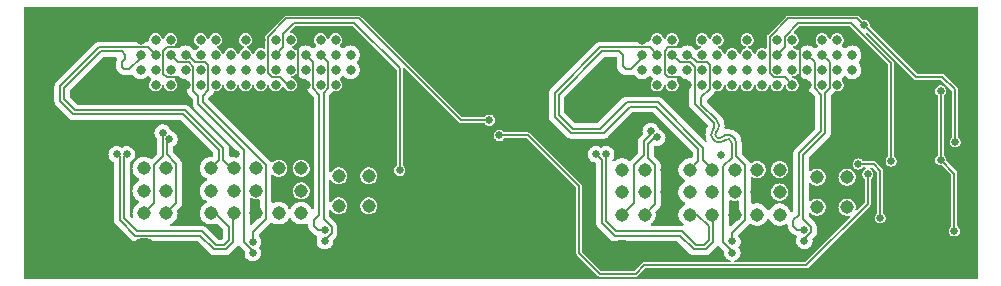
<source format=gtl>
G04 Layer_Physical_Order=1*
G04 Layer_Color=255*
%FSLAX25Y25*%
%MOIN*%
G70*
G01*
G75*
%ADD10C,0.00800*%
%ADD11C,0.00600*%
%ADD12C,0.17500*%
%ADD13C,0.03200*%
%ADD14C,0.04500*%
%ADD15C,0.09500*%
%ADD16C,0.11000*%
%ADD17C,0.02500*%
G36*
X318825Y908D02*
X908D01*
Y91612D01*
X318825D01*
Y908D01*
D02*
G37*
%LPC*%
G36*
X112600Y88716D02*
X88364D01*
X88130Y88686D01*
X87911Y88595D01*
X87723Y88450D01*
X81658Y82386D01*
X81514Y82198D01*
X81423Y81979D01*
X81392Y81744D01*
Y78017D01*
X80802Y77675D01*
X80482Y77807D01*
X80145Y77888D01*
X79800Y77916D01*
X79455Y77888D01*
X79118Y77807D01*
X78798Y77675D01*
X78503Y77494D01*
X78240Y77269D01*
X78015Y77006D01*
X77834Y76710D01*
X77701Y76391D01*
X77646Y76162D01*
X77394Y76054D01*
X77206D01*
X76954Y76162D01*
X76899Y76391D01*
X76766Y76710D01*
X76585Y77006D01*
X76360Y77269D01*
X76097Y77494D01*
X75802Y77675D01*
X75482Y77807D01*
X75253Y77862D01*
X75145Y78114D01*
Y78303D01*
X75253Y78555D01*
X75482Y78610D01*
X75802Y78742D01*
X76097Y78923D01*
X76360Y79148D01*
X76585Y79412D01*
X76766Y79707D01*
X76899Y80027D01*
X76980Y80363D01*
X77007Y80709D01*
X76980Y81054D01*
X76899Y81391D01*
X76766Y81710D01*
X76585Y82006D01*
X76360Y82269D01*
X76097Y82494D01*
X75802Y82675D01*
X75482Y82807D01*
X75145Y82888D01*
X74800Y82916D01*
X74455Y82888D01*
X74118Y82807D01*
X73798Y82675D01*
X73503Y82494D01*
X73240Y82269D01*
X73015Y82006D01*
X72834Y81710D01*
X72701Y81391D01*
X72620Y81054D01*
X72593Y80709D01*
X72620Y80363D01*
X72701Y80027D01*
X72834Y79707D01*
X73015Y79412D01*
X73240Y79148D01*
X73503Y78923D01*
X73798Y78742D01*
X74118Y78610D01*
X74347Y78555D01*
X74455Y78303D01*
Y78114D01*
X74347Y77862D01*
X74118Y77807D01*
X73798Y77675D01*
X73503Y77494D01*
X73240Y77269D01*
X73015Y77006D01*
X72834Y76710D01*
X72701Y76391D01*
X72646Y76162D01*
X72394Y76054D01*
X72206D01*
X71954Y76162D01*
X71899Y76391D01*
X71766Y76710D01*
X71585Y77006D01*
X71360Y77269D01*
X71097Y77494D01*
X70802Y77675D01*
X70482Y77807D01*
X70145Y77888D01*
X69800Y77916D01*
X69455Y77888D01*
X69118Y77807D01*
X68798Y77675D01*
X68503Y77494D01*
X68240Y77269D01*
X68015Y77006D01*
X67834Y76710D01*
X67701Y76391D01*
X67646Y76162D01*
X67394Y76054D01*
X67206D01*
X66954Y76162D01*
X66899Y76391D01*
X66766Y76710D01*
X66585Y77006D01*
X66360Y77269D01*
X66097Y77494D01*
X65802Y77675D01*
X65482Y77807D01*
X65253Y77862D01*
X65145Y78114D01*
Y78303D01*
X65253Y78555D01*
X65482Y78610D01*
X65802Y78742D01*
X66097Y78923D01*
X66360Y79148D01*
X66585Y79412D01*
X66766Y79707D01*
X66899Y80027D01*
X66980Y80363D01*
X67007Y80709D01*
X66980Y81054D01*
X66899Y81391D01*
X66766Y81710D01*
X66585Y82006D01*
X66360Y82269D01*
X66097Y82494D01*
X65802Y82675D01*
X65482Y82807D01*
X65145Y82888D01*
X64800Y82916D01*
X64455Y82888D01*
X64118Y82807D01*
X63798Y82675D01*
X63503Y82494D01*
X63240Y82269D01*
X63015Y82006D01*
X62834Y81710D01*
X62701Y81391D01*
X62646Y81162D01*
X62394Y81054D01*
X62206D01*
X61954Y81162D01*
X61899Y81391D01*
X61766Y81710D01*
X61585Y82006D01*
X61360Y82269D01*
X61097Y82494D01*
X60802Y82675D01*
X60482Y82807D01*
X60145Y82888D01*
X59800Y82916D01*
X59455Y82888D01*
X59118Y82807D01*
X58798Y82675D01*
X58503Y82494D01*
X58240Y82269D01*
X58015Y82006D01*
X57834Y81710D01*
X57701Y81391D01*
X57620Y81054D01*
X57593Y80709D01*
X57620Y80363D01*
X57701Y80027D01*
X57834Y79707D01*
X58015Y79412D01*
X58240Y79148D01*
X58503Y78923D01*
X58798Y78742D01*
X59118Y78610D01*
X59347Y78555D01*
X59455Y78303D01*
Y78114D01*
X59347Y77862D01*
X59118Y77807D01*
X58798Y77675D01*
X58503Y77494D01*
X58240Y77269D01*
X58185Y77205D01*
X57923Y77169D01*
X57594Y77216D01*
X57476Y77275D01*
X57316Y77536D01*
X56999Y77908D01*
X56628Y78224D01*
X56212Y78479D01*
X55761Y78666D01*
X55287Y78780D01*
X54800Y78818D01*
X54313Y78780D01*
X53839Y78666D01*
X53388Y78479D01*
X52972Y78224D01*
X52601Y77908D01*
X52600Y77906D01*
X52000D01*
X51999Y77908D01*
X51628Y78224D01*
X51366Y78385D01*
X51307Y78503D01*
X51260Y78831D01*
X51297Y79094D01*
X51360Y79148D01*
X51585Y79412D01*
X51766Y79707D01*
X51899Y80027D01*
X51980Y80363D01*
X52007Y80709D01*
X51980Y81054D01*
X51899Y81391D01*
X51766Y81710D01*
X51585Y82006D01*
X51360Y82269D01*
X51097Y82494D01*
X50802Y82675D01*
X50482Y82807D01*
X50145Y82888D01*
X49800Y82916D01*
X49455Y82888D01*
X49118Y82807D01*
X48798Y82675D01*
X48503Y82494D01*
X48240Y82269D01*
X48015Y82006D01*
X47834Y81710D01*
X47701Y81391D01*
X47646Y81162D01*
X47394Y81054D01*
X47206D01*
X46954Y81162D01*
X46899Y81391D01*
X46766Y81710D01*
X46585Y82006D01*
X46360Y82269D01*
X46097Y82494D01*
X45802Y82675D01*
X45482Y82807D01*
X45145Y82888D01*
X44800Y82916D01*
X44455Y82888D01*
X44118Y82807D01*
X43798Y82675D01*
X43503Y82494D01*
X43240Y82269D01*
X43015Y82006D01*
X42834Y81710D01*
X42701Y81391D01*
X42620Y81054D01*
X42593Y80709D01*
X42595Y80692D01*
X42483Y80474D01*
X42172Y80166D01*
X42062Y80118D01*
X40977D01*
X40604Y80081D01*
X40394Y80017D01*
X39206D01*
X38996Y80081D01*
X38623Y80118D01*
X25900D01*
X25528Y80081D01*
X25169Y79972D01*
X24839Y79796D01*
X24550Y79559D01*
X11650Y66659D01*
X11413Y66369D01*
X11236Y66039D01*
X11128Y65681D01*
X11091Y65309D01*
Y60229D01*
X11128Y59856D01*
X11236Y59498D01*
X11413Y59168D01*
X11650Y58879D01*
X16070Y54459D01*
X16359Y54221D01*
X16690Y54045D01*
X17048Y53936D01*
X17420Y53900D01*
X53329D01*
X64109Y43120D01*
Y42129D01*
X63508Y41658D01*
X63368Y41667D01*
X62877Y41635D01*
X62395Y41539D01*
X61930Y41381D01*
X61489Y41163D01*
X61080Y40890D01*
X60710Y40566D01*
X60386Y40196D01*
X60113Y39788D01*
X59896Y39347D01*
X59738Y38881D01*
X59642Y38399D01*
X59610Y37909D01*
X59642Y37418D01*
X59738Y36936D01*
X59896Y36470D01*
X60113Y36030D01*
X60386Y35621D01*
X60710Y35251D01*
X61080Y34927D01*
X61489Y34654D01*
X61836Y34483D01*
X61887Y34159D01*
X61836Y33835D01*
X61489Y33663D01*
X61080Y33390D01*
X60710Y33066D01*
X60386Y32696D01*
X60113Y32288D01*
X59896Y31847D01*
X59738Y31381D01*
X59642Y30899D01*
X59610Y30409D01*
X59642Y29918D01*
X59738Y29436D01*
X59896Y28971D01*
X60113Y28530D01*
X60386Y28121D01*
X60710Y27751D01*
X61080Y27427D01*
X61489Y27154D01*
X61836Y26983D01*
X61887Y26659D01*
X61836Y26335D01*
X61489Y26163D01*
X61080Y25890D01*
X60710Y25566D01*
X60386Y25196D01*
X60113Y24788D01*
X59896Y24347D01*
X59738Y23881D01*
X59642Y23399D01*
X59610Y22909D01*
X59642Y22418D01*
X59738Y21936D01*
X59896Y21471D01*
X60113Y21030D01*
X60386Y20621D01*
X60710Y20251D01*
X61080Y19927D01*
X61489Y19654D01*
X61930Y19437D01*
X62395Y19279D01*
X62877Y19183D01*
X63368Y19151D01*
X63858Y19183D01*
X64340Y19279D01*
X64806Y19437D01*
X65247Y19654D01*
X65311Y19697D01*
X67409Y17600D01*
Y14599D01*
X66927Y14118D01*
X65759D01*
X61668Y18209D01*
X61378Y18446D01*
X61048Y18622D01*
X60690Y18731D01*
X60318Y18768D01*
X49702D01*
X49603Y19368D01*
X49806Y19437D01*
X50247Y19654D01*
X50656Y19927D01*
X51025Y20251D01*
X51349Y20621D01*
X51622Y21030D01*
X51840Y21471D01*
X51998Y21936D01*
X52094Y22418D01*
X52126Y22909D01*
X52094Y23399D01*
X52005Y23846D01*
X53118Y24959D01*
X53355Y25248D01*
X53532Y25578D01*
X53640Y25936D01*
X53677Y26309D01*
Y39317D01*
X53640Y39689D01*
X53532Y40048D01*
X53355Y40378D01*
X53118Y40667D01*
X50460Y43324D01*
Y45070D01*
X50653Y45150D01*
X51022Y45376D01*
X51352Y45657D01*
X51633Y45986D01*
X51859Y46355D01*
X52025Y46755D01*
X52126Y47176D01*
X52160Y47608D01*
X52126Y48039D01*
X52025Y48460D01*
X51859Y48860D01*
X51633Y49229D01*
X51352Y49558D01*
X51022Y49839D01*
X50653Y50065D01*
X50253Y50231D01*
X49914Y50313D01*
X49832Y50652D01*
X49667Y51052D01*
X49441Y51421D01*
X49160Y51750D01*
X48830Y52031D01*
X48461Y52258D01*
X48061Y52423D01*
X47640Y52524D01*
X47209Y52558D01*
X46777Y52524D01*
X46357Y52423D01*
X45957Y52258D01*
X45588Y52031D01*
X45259Y51750D01*
X44977Y51421D01*
X44751Y51052D01*
X44585Y50652D01*
X44484Y50231D01*
X44451Y49800D01*
X44484Y49368D01*
X44585Y48947D01*
X44751Y48547D01*
X44977Y48178D01*
X45242Y47868D01*
Y42750D01*
X43276Y40784D01*
X43156Y40890D01*
X42747Y41163D01*
X42306Y41381D01*
X41840Y41539D01*
X41358Y41635D01*
X40868Y41667D01*
X40377Y41635D01*
X39895Y41539D01*
X39430Y41381D01*
X38989Y41163D01*
X38580Y40890D01*
X38210Y40566D01*
X37886Y40196D01*
X37613Y39788D01*
X37396Y39347D01*
X37238Y38881D01*
X37142Y38399D01*
X37110Y37909D01*
X37142Y37418D01*
X37238Y36936D01*
X37396Y36470D01*
X37613Y36030D01*
X37886Y35621D01*
X38210Y35251D01*
X38580Y34927D01*
X38989Y34654D01*
X39336Y34483D01*
X39387Y34159D01*
X39336Y33835D01*
X38989Y33663D01*
X38580Y33390D01*
X38210Y33066D01*
X37886Y32696D01*
X37613Y32288D01*
X37396Y31847D01*
X37238Y31381D01*
X37142Y30899D01*
X37110Y30409D01*
X37142Y29918D01*
X37238Y29436D01*
X37396Y28971D01*
X37613Y28530D01*
X37886Y28121D01*
X38210Y27751D01*
X38580Y27427D01*
X38989Y27154D01*
X39336Y26983D01*
X39387Y26659D01*
X39336Y26335D01*
X38989Y26163D01*
X38580Y25890D01*
X38210Y25566D01*
X37886Y25196D01*
X37613Y24788D01*
X37396Y24347D01*
X37238Y23881D01*
X37142Y23399D01*
X37110Y22909D01*
X37142Y22418D01*
X37238Y21936D01*
X37340Y21635D01*
X36817Y21310D01*
X36127Y21999D01*
Y39979D01*
X36420Y40101D01*
X36789Y40327D01*
X37118Y40608D01*
X37399Y40937D01*
X37626Y41306D01*
X37791Y41706D01*
X37892Y42127D01*
X37926Y42559D01*
X37892Y42990D01*
X37791Y43411D01*
X37626Y43811D01*
X37399Y44180D01*
X37118Y44509D01*
X36789Y44790D01*
X36420Y45017D01*
X36020Y45182D01*
X35599Y45283D01*
X35168Y45317D01*
X34736Y45283D01*
X34315Y45182D01*
X33915Y45017D01*
X33546Y44790D01*
X33518Y44766D01*
X33489Y44790D01*
X33120Y45017D01*
X32720Y45182D01*
X32299Y45283D01*
X31868Y45317D01*
X31436Y45283D01*
X31015Y45182D01*
X30615Y45017D01*
X30246Y44790D01*
X29917Y44509D01*
X29636Y44180D01*
X29410Y43811D01*
X29244Y43411D01*
X29143Y42990D01*
X29109Y42559D01*
X29143Y42127D01*
X29244Y41706D01*
X29410Y41306D01*
X29636Y40937D01*
X29917Y40608D01*
X30246Y40327D01*
X30615Y40101D01*
X30909Y39979D01*
Y20629D01*
X30945Y20256D01*
X31054Y19898D01*
X31230Y19568D01*
X31468Y19279D01*
X36638Y14109D01*
X36927Y13871D01*
X37257Y13695D01*
X37615Y13586D01*
X37988Y13549D01*
X58947D01*
X63038Y9459D01*
X63327Y9221D01*
X63657Y9045D01*
X64015Y8936D01*
X64388Y8900D01*
X68298Y8899D01*
X68670Y8936D01*
X69028Y9045D01*
X69358Y9221D01*
X69648Y9459D01*
X72068Y11879D01*
X72118Y11941D01*
X72304Y11991D01*
X72758Y11970D01*
X72856Y11926D01*
X72950Y11812D01*
X74518Y10244D01*
X74493Y10140D01*
X74459Y9709D01*
X74493Y9277D01*
X74594Y8856D01*
X74760Y8456D01*
X74986Y8087D01*
X75267Y7758D01*
X75596Y7477D01*
X75965Y7251D01*
X76365Y7085D01*
X76786Y6984D01*
X77218Y6950D01*
X77649Y6984D01*
X78070Y7085D01*
X78470Y7251D01*
X78839Y7477D01*
X79168Y7758D01*
X79449Y8087D01*
X79676Y8456D01*
X79841Y8856D01*
X79942Y9277D01*
X79976Y9709D01*
X79942Y10140D01*
X79841Y10561D01*
X79676Y10961D01*
X79449Y11330D01*
X79275Y11534D01*
X79480Y11774D01*
X79707Y12143D01*
X79872Y12543D01*
X79973Y12964D01*
X80007Y13396D01*
X79973Y13827D01*
X79872Y14248D01*
X79707Y14648D01*
X79480Y15017D01*
X79199Y15346D01*
X79158Y15382D01*
Y15999D01*
X82818Y19659D01*
X82884Y19739D01*
X83455Y19893D01*
X83670Y19864D01*
X83686Y19856D01*
X83989Y19654D01*
X84430Y19437D01*
X84895Y19279D01*
X85377Y19183D01*
X85868Y19151D01*
X86358Y19183D01*
X86840Y19279D01*
X87306Y19437D01*
X87747Y19654D01*
X88156Y19927D01*
X88525Y20251D01*
X88849Y20621D01*
X89122Y21030D01*
X89294Y21377D01*
X89618Y21428D01*
X89942Y21377D01*
X90113Y21030D01*
X90386Y20621D01*
X90710Y20251D01*
X91080Y19927D01*
X91489Y19654D01*
X91930Y19437D01*
X92395Y19279D01*
X92877Y19183D01*
X93368Y19151D01*
X93858Y19183D01*
X94340Y19279D01*
X94806Y19437D01*
X95091Y19577D01*
X95519Y19393D01*
X95691Y19229D01*
Y18609D01*
X95727Y18236D01*
X95836Y17878D01*
X96013Y17548D01*
X96250Y17259D01*
X97526Y15983D01*
X97815Y15745D01*
X98145Y15569D01*
X98417Y15486D01*
X98665Y15106D01*
X98670Y15094D01*
X98734Y14835D01*
X98594Y14498D01*
X98493Y14077D01*
X98459Y13646D01*
X98493Y13214D01*
X98594Y12793D01*
X98760Y12393D01*
X98986Y12024D01*
X99267Y11695D01*
X99596Y11414D01*
X99965Y11188D01*
X100365Y11022D01*
X100786Y10921D01*
X101218Y10887D01*
X101649Y10921D01*
X102070Y11022D01*
X102470Y11188D01*
X102839Y11414D01*
X103168Y11695D01*
X103449Y12024D01*
X103676Y12393D01*
X103841Y12793D01*
X103942Y13214D01*
X103976Y13646D01*
X103942Y14077D01*
X103929Y14131D01*
X104849Y15051D01*
X105086Y15340D01*
X105263Y15670D01*
X105371Y16028D01*
X105408Y16401D01*
Y18265D01*
X105371Y18637D01*
X105263Y18995D01*
X105086Y19325D01*
X104849Y19615D01*
X102709Y21754D01*
Y24019D01*
X103309Y24138D01*
X103321Y24111D01*
X103555Y23728D01*
X103846Y23387D01*
X104187Y23096D01*
X104570Y22861D01*
X104984Y22690D01*
X105420Y22585D01*
X105868Y22550D01*
X106315Y22585D01*
X106751Y22690D01*
X107166Y22861D01*
X107548Y23096D01*
X107889Y23387D01*
X108180Y23728D01*
X108415Y24111D01*
X108587Y24525D01*
X108691Y24961D01*
X108727Y25409D01*
X108691Y25856D01*
X108587Y26292D01*
X108415Y26706D01*
X108180Y27089D01*
X107889Y27430D01*
X107548Y27722D01*
X107166Y27956D01*
X106751Y28128D01*
X106315Y28232D01*
X105868Y28267D01*
X105420Y28232D01*
X104984Y28128D01*
X104570Y27956D01*
X104187Y27722D01*
X103846Y27430D01*
X103555Y27089D01*
X103321Y26706D01*
X103309Y26679D01*
X102709Y26799D01*
Y34019D01*
X103309Y34138D01*
X103321Y34111D01*
X103555Y33728D01*
X103846Y33387D01*
X104187Y33096D01*
X104570Y32861D01*
X104984Y32690D01*
X105420Y32585D01*
X105868Y32550D01*
X106315Y32585D01*
X106751Y32690D01*
X107166Y32861D01*
X107548Y33096D01*
X107889Y33387D01*
X108180Y33728D01*
X108415Y34111D01*
X108587Y34525D01*
X108691Y34961D01*
X108727Y35409D01*
X108691Y35856D01*
X108587Y36292D01*
X108415Y36707D01*
X108180Y37089D01*
X107889Y37430D01*
X107548Y37721D01*
X107166Y37956D01*
X106751Y38127D01*
X106315Y38232D01*
X105868Y38267D01*
X105420Y38232D01*
X104984Y38127D01*
X104570Y37956D01*
X104187Y37721D01*
X103846Y37430D01*
X103555Y37089D01*
X103321Y36707D01*
X103309Y36679D01*
X102709Y36799D01*
Y62241D01*
X103650Y63182D01*
X103887Y63471D01*
X103990Y63663D01*
X104118Y63610D01*
X104455Y63529D01*
X104800Y63502D01*
X105145Y63529D01*
X105482Y63610D01*
X105802Y63742D01*
X106097Y63923D01*
X106360Y64148D01*
X106585Y64411D01*
X106766Y64707D01*
X106899Y65027D01*
X106980Y65363D01*
X107007Y65709D01*
X106980Y66054D01*
X106899Y66391D01*
X106766Y66711D01*
X106585Y67006D01*
X106360Y67269D01*
X106297Y67324D01*
X106260Y67586D01*
X106307Y67914D01*
X106366Y68033D01*
X106628Y68193D01*
X106999Y68510D01*
X107000Y68511D01*
X107600D01*
X107601Y68510D01*
X107972Y68193D01*
X108388Y67938D01*
X108839Y67751D01*
X109314Y67637D01*
X109800Y67599D01*
X110286Y67637D01*
X110761Y67751D01*
X111212Y67938D01*
X111628Y68193D01*
X111999Y68510D01*
X112316Y68881D01*
X112571Y69297D01*
X112757Y69748D01*
X112871Y70222D01*
X112910Y70709D01*
X112871Y71195D01*
X112757Y71670D01*
X112571Y72120D01*
X112316Y72536D01*
X111999Y72908D01*
X111997Y72909D01*
Y73509D01*
X111999Y73510D01*
X112316Y73881D01*
X112571Y74297D01*
X112757Y74748D01*
X112871Y75222D01*
X112910Y75709D01*
X112871Y76195D01*
X112757Y76670D01*
X112571Y77120D01*
X112316Y77536D01*
X111999Y77908D01*
X111628Y78224D01*
X111212Y78479D01*
X110761Y78666D01*
X110286Y78780D01*
X109800Y78818D01*
X109314Y78780D01*
X108839Y78666D01*
X108388Y78479D01*
X107972Y78224D01*
X107601Y77908D01*
X107600Y77906D01*
X107000D01*
X106999Y77908D01*
X106628Y78224D01*
X106366Y78385D01*
X106307Y78503D01*
X106260Y78831D01*
X106297Y79094D01*
X106360Y79148D01*
X106585Y79412D01*
X106766Y79707D01*
X106899Y80027D01*
X106980Y80363D01*
X107007Y80709D01*
X106980Y81054D01*
X106899Y81391D01*
X106766Y81710D01*
X106585Y82006D01*
X106360Y82269D01*
X106097Y82494D01*
X105802Y82675D01*
X105482Y82807D01*
X105145Y82888D01*
X104800Y82916D01*
X104455Y82888D01*
X104118Y82807D01*
X103798Y82675D01*
X103503Y82494D01*
X103240Y82269D01*
X103015Y82006D01*
X102834Y81710D01*
X102701Y81391D01*
X102646Y81162D01*
X102394Y81054D01*
X102206D01*
X101954Y81162D01*
X101899Y81391D01*
X101766Y81710D01*
X101585Y82006D01*
X101360Y82269D01*
X101097Y82494D01*
X100802Y82675D01*
X100482Y82807D01*
X100145Y82888D01*
X99800Y82916D01*
X99455Y82888D01*
X99118Y82807D01*
X98798Y82675D01*
X98503Y82494D01*
X98240Y82269D01*
X98015Y82006D01*
X97834Y81710D01*
X97701Y81391D01*
X97620Y81054D01*
X97593Y80709D01*
X97620Y80363D01*
X97701Y80027D01*
X97834Y79707D01*
X98015Y79412D01*
X98240Y79148D01*
X98304Y79094D01*
X98340Y78831D01*
X98293Y78503D01*
X98234Y78385D01*
X97972Y78224D01*
X97601Y77908D01*
X97600Y77906D01*
X97000D01*
X96999Y77908D01*
X96628Y78224D01*
X96212Y78479D01*
X95761Y78666D01*
X95287Y78780D01*
X94800Y78818D01*
X94314Y78780D01*
X93839Y78666D01*
X93388Y78479D01*
X92972Y78224D01*
X92601Y77908D01*
X92284Y77536D01*
X92124Y77275D01*
X92006Y77216D01*
X91677Y77169D01*
X91415Y77205D01*
X91360Y77269D01*
X91097Y77494D01*
X90802Y77675D01*
X90482Y77807D01*
X90253Y77862D01*
X90145Y78114D01*
Y78303D01*
X90253Y78555D01*
X90482Y78610D01*
X90802Y78742D01*
X91097Y78923D01*
X91360Y79148D01*
X91585Y79412D01*
X91766Y79707D01*
X91899Y80027D01*
X91980Y80363D01*
X92007Y80709D01*
X91980Y81054D01*
X91899Y81391D01*
X91766Y81710D01*
X91585Y82006D01*
X91360Y82269D01*
X91097Y82494D01*
X90802Y82675D01*
X90482Y82807D01*
X90145Y82888D01*
X89876Y82910D01*
X89744Y83098D01*
X89621Y83503D01*
X91318Y85200D01*
X110682D01*
X125159Y70723D01*
Y38736D01*
X125135Y38723D01*
X124853Y38492D01*
X124622Y38210D01*
X124450Y37889D01*
X124345Y37540D01*
X124309Y37177D01*
X124345Y36814D01*
X124450Y36466D01*
X124622Y36144D01*
X124853Y35863D01*
X125135Y35631D01*
X125456Y35460D01*
X125805Y35354D01*
X126168Y35318D01*
X126530Y35354D01*
X126879Y35460D01*
X127200Y35631D01*
X127482Y35863D01*
X127713Y36144D01*
X127885Y36466D01*
X127991Y36814D01*
X128027Y37177D01*
X127991Y37540D01*
X127885Y37889D01*
X127713Y38210D01*
X127482Y38492D01*
X127200Y38723D01*
X127176Y38736D01*
Y71100D01*
X127264Y71176D01*
X127751Y71374D01*
X145830Y53295D01*
X146018Y53151D01*
X146237Y53060D01*
X146472Y53029D01*
X154488D01*
X154554Y52904D01*
X154786Y52622D01*
X155067Y52391D01*
X155389Y52220D01*
X155737Y52114D01*
X156100Y52078D01*
X156463Y52114D01*
X156811Y52220D01*
X157133Y52391D01*
X157414Y52622D01*
X157646Y52904D01*
X157817Y53226D01*
X157923Y53574D01*
X157959Y53937D01*
X157923Y54300D01*
X157817Y54648D01*
X157646Y54970D01*
X157414Y55251D01*
X157133Y55483D01*
X156811Y55655D01*
X156463Y55760D01*
X156100Y55796D01*
X155737Y55760D01*
X155389Y55655D01*
X155067Y55483D01*
X154786Y55251D01*
X154554Y54970D01*
X154488Y54845D01*
X146848D01*
X113242Y88450D01*
X113054Y88595D01*
X112835Y88686D01*
X112600Y88716D01*
D02*
G37*
G36*
X278782D02*
X255564D01*
X255329Y88686D01*
X255111Y88595D01*
X254923Y88450D01*
X248858Y82386D01*
X248714Y82198D01*
X248623Y81979D01*
X248592Y81744D01*
Y78017D01*
X248002Y77675D01*
X247682Y77807D01*
X247345Y77888D01*
X247000Y77916D01*
X246655Y77888D01*
X246318Y77807D01*
X245998Y77675D01*
X245703Y77494D01*
X245440Y77269D01*
X245215Y77006D01*
X245034Y76710D01*
X244901Y76391D01*
X244846Y76162D01*
X244594Y76054D01*
X244406D01*
X244154Y76162D01*
X244099Y76391D01*
X243966Y76710D01*
X243785Y77006D01*
X243560Y77269D01*
X243297Y77494D01*
X243002Y77675D01*
X242682Y77807D01*
X242453Y77862D01*
X242345Y78114D01*
Y78303D01*
X242453Y78555D01*
X242682Y78610D01*
X243002Y78742D01*
X243297Y78923D01*
X243560Y79148D01*
X243785Y79412D01*
X243966Y79707D01*
X244099Y80027D01*
X244180Y80363D01*
X244207Y80709D01*
X244180Y81054D01*
X244099Y81391D01*
X243966Y81710D01*
X243785Y82006D01*
X243560Y82269D01*
X243297Y82494D01*
X243002Y82675D01*
X242682Y82807D01*
X242345Y82888D01*
X242000Y82916D01*
X241655Y82888D01*
X241318Y82807D01*
X240998Y82675D01*
X240703Y82494D01*
X240440Y82269D01*
X240215Y82006D01*
X240034Y81710D01*
X239901Y81391D01*
X239820Y81054D01*
X239793Y80709D01*
X239820Y80363D01*
X239901Y80027D01*
X240034Y79707D01*
X240215Y79412D01*
X240440Y79148D01*
X240703Y78923D01*
X240998Y78742D01*
X241318Y78610D01*
X241547Y78555D01*
X241655Y78303D01*
Y78114D01*
X241547Y77862D01*
X241318Y77807D01*
X240998Y77675D01*
X240703Y77494D01*
X240440Y77269D01*
X240215Y77006D01*
X240034Y76710D01*
X239901Y76391D01*
X239846Y76162D01*
X239594Y76054D01*
X239406D01*
X239154Y76162D01*
X239099Y76391D01*
X238966Y76710D01*
X238785Y77006D01*
X238560Y77269D01*
X238297Y77494D01*
X238002Y77675D01*
X237682Y77807D01*
X237345Y77888D01*
X237000Y77916D01*
X236655Y77888D01*
X236318Y77807D01*
X235998Y77675D01*
X235703Y77494D01*
X235440Y77269D01*
X235215Y77006D01*
X235034Y76710D01*
X234901Y76391D01*
X234846Y76162D01*
X234594Y76054D01*
X234406D01*
X234154Y76162D01*
X234099Y76391D01*
X233966Y76710D01*
X233785Y77006D01*
X233560Y77269D01*
X233297Y77494D01*
X233002Y77675D01*
X232682Y77807D01*
X232453Y77862D01*
X232345Y78114D01*
Y78303D01*
X232453Y78555D01*
X232682Y78610D01*
X233002Y78742D01*
X233297Y78923D01*
X233560Y79148D01*
X233785Y79412D01*
X233966Y79707D01*
X234099Y80027D01*
X234180Y80363D01*
X234207Y80709D01*
X234180Y81054D01*
X234099Y81391D01*
X233966Y81710D01*
X233785Y82006D01*
X233560Y82269D01*
X233297Y82494D01*
X233002Y82675D01*
X232682Y82807D01*
X232345Y82888D01*
X232000Y82916D01*
X231655Y82888D01*
X231318Y82807D01*
X230998Y82675D01*
X230703Y82494D01*
X230440Y82269D01*
X230215Y82006D01*
X230034Y81710D01*
X229901Y81391D01*
X229846Y81162D01*
X229594Y81054D01*
X229406D01*
X229154Y81162D01*
X229099Y81391D01*
X228966Y81710D01*
X228785Y82006D01*
X228560Y82269D01*
X228297Y82494D01*
X228002Y82675D01*
X227682Y82807D01*
X227345Y82888D01*
X227000Y82916D01*
X226655Y82888D01*
X226318Y82807D01*
X225998Y82675D01*
X225703Y82494D01*
X225440Y82269D01*
X225215Y82006D01*
X225034Y81710D01*
X224901Y81391D01*
X224820Y81054D01*
X224793Y80709D01*
X224820Y80363D01*
X224901Y80027D01*
X225034Y79707D01*
X225215Y79412D01*
X225440Y79148D01*
X225703Y78923D01*
X225998Y78742D01*
X226318Y78610D01*
X226547Y78555D01*
X226655Y78303D01*
Y78114D01*
X226547Y77862D01*
X226318Y77807D01*
X225998Y77675D01*
X225703Y77494D01*
X225440Y77269D01*
X225385Y77205D01*
X225123Y77169D01*
X224794Y77216D01*
X224676Y77275D01*
X224516Y77536D01*
X224199Y77908D01*
X223828Y78224D01*
X223412Y78479D01*
X222961Y78666D01*
X222486Y78780D01*
X222000Y78818D01*
X221514Y78780D01*
X221039Y78666D01*
X220588Y78479D01*
X220172Y78224D01*
X219801Y77908D01*
X219800Y77906D01*
X219200D01*
X219199Y77908D01*
X218828Y78224D01*
X218566Y78385D01*
X218507Y78503D01*
X218460Y78831D01*
X218496Y79094D01*
X218560Y79148D01*
X218785Y79412D01*
X218966Y79707D01*
X219099Y80027D01*
X219180Y80363D01*
X219207Y80709D01*
X219180Y81054D01*
X219099Y81391D01*
X218966Y81710D01*
X218785Y82006D01*
X218560Y82269D01*
X218297Y82494D01*
X218002Y82675D01*
X217682Y82807D01*
X217345Y82888D01*
X217000Y82916D01*
X216655Y82888D01*
X216318Y82807D01*
X215998Y82675D01*
X215703Y82494D01*
X215440Y82269D01*
X215215Y82006D01*
X215034Y81710D01*
X214901Y81391D01*
X214846Y81162D01*
X214594Y81054D01*
X214406D01*
X214154Y81162D01*
X214099Y81391D01*
X213966Y81710D01*
X213785Y82006D01*
X213560Y82269D01*
X213297Y82494D01*
X213002Y82675D01*
X212682Y82807D01*
X212345Y82888D01*
X212000Y82916D01*
X211655Y82888D01*
X211318Y82807D01*
X210998Y82675D01*
X210703Y82494D01*
X210440Y82269D01*
X210215Y82006D01*
X210034Y81710D01*
X209901Y81391D01*
X209820Y81054D01*
X209793Y80709D01*
X209794Y80692D01*
X209683Y80474D01*
X209372Y80166D01*
X209262Y80118D01*
X208177D01*
X207804Y80081D01*
X207594Y80017D01*
X206406D01*
X206195Y80081D01*
X205823Y80118D01*
X193100D01*
X192727Y80081D01*
X192369Y79972D01*
X192039Y79796D01*
X191750Y79559D01*
X176450Y64259D01*
X176213Y63969D01*
X176036Y63639D01*
X175927Y63281D01*
X175891Y62909D01*
Y55129D01*
X175927Y54756D01*
X176036Y54398D01*
X176213Y54068D01*
X176450Y53779D01*
X181870Y48359D01*
X182159Y48121D01*
X182490Y47945D01*
X182848Y47836D01*
X183220Y47800D01*
X194200D01*
X194572Y47836D01*
X194931Y47945D01*
X195261Y48121D01*
X195550Y48359D01*
X203691Y56499D01*
X210729D01*
X223876Y43352D01*
Y41672D01*
X223296Y41184D01*
X223294Y41185D01*
X222803Y41217D01*
X222313Y41185D01*
X221831Y41089D01*
X221365Y40931D01*
X220924Y40713D01*
X220515Y40440D01*
X220146Y40116D01*
X219822Y39746D01*
X219549Y39338D01*
X219331Y38897D01*
X219173Y38431D01*
X219077Y37949D01*
X219045Y37459D01*
X219077Y36968D01*
X219173Y36486D01*
X219331Y36020D01*
X219549Y35580D01*
X219822Y35171D01*
X220146Y34801D01*
X220515Y34477D01*
X220924Y34204D01*
X221272Y34033D01*
X221323Y33709D01*
X221272Y33385D01*
X220924Y33213D01*
X220515Y32940D01*
X220146Y32616D01*
X219822Y32246D01*
X219549Y31838D01*
X219331Y31397D01*
X219173Y30931D01*
X219077Y30449D01*
X219045Y29959D01*
X219077Y29468D01*
X219173Y28986D01*
X219331Y28521D01*
X219549Y28080D01*
X219822Y27671D01*
X220146Y27301D01*
X220515Y26977D01*
X220924Y26704D01*
X221272Y26533D01*
X221323Y26209D01*
X221272Y25885D01*
X220924Y25713D01*
X220515Y25440D01*
X220146Y25116D01*
X219822Y24746D01*
X219549Y24338D01*
X219331Y23897D01*
X219173Y23431D01*
X219077Y22949D01*
X219045Y22459D01*
X219077Y21968D01*
X219173Y21486D01*
X219331Y21021D01*
X219549Y20580D01*
X219822Y20171D01*
X220146Y19801D01*
X220515Y19477D01*
X220833Y19265D01*
X220574Y18717D01*
X220526Y18731D01*
X220153Y18768D01*
X210109D01*
X209927Y19368D01*
X210091Y19477D01*
X210460Y19801D01*
X210785Y20171D01*
X211058Y20580D01*
X211275Y21021D01*
X211433Y21486D01*
X211529Y21968D01*
X211561Y22459D01*
X211529Y22949D01*
X211440Y23396D01*
X212703Y24659D01*
X212941Y24948D01*
X213117Y25278D01*
X213226Y25636D01*
X213262Y26009D01*
Y38929D01*
X213226Y39302D01*
X213117Y39660D01*
X212941Y39990D01*
X212703Y40279D01*
X210909Y42073D01*
Y45087D01*
X211317Y45494D01*
X211634Y45418D01*
X212066Y45384D01*
X212497Y45418D01*
X212918Y45520D01*
X213318Y45685D01*
X213687Y45911D01*
X214016Y46192D01*
X214297Y46522D01*
X214524Y46891D01*
X214689Y47291D01*
X214790Y47712D01*
X214824Y48143D01*
X214790Y48575D01*
X214689Y48995D01*
X214524Y49395D01*
X214297Y49764D01*
X214016Y50094D01*
X213687Y50375D01*
X213318Y50601D01*
X212918Y50766D01*
X212579Y50848D01*
X212497Y51187D01*
X212332Y51587D01*
X212105Y51956D01*
X211824Y52286D01*
X211495Y52567D01*
X211126Y52793D01*
X210726Y52959D01*
X210305Y53060D01*
X209874Y53093D01*
X209442Y53060D01*
X209021Y52959D01*
X208621Y52793D01*
X208252Y52567D01*
X207923Y52286D01*
X207642Y51956D01*
X207416Y51587D01*
X207250Y51187D01*
X207149Y50766D01*
X207115Y50335D01*
X207149Y49904D01*
X207250Y49483D01*
X207310Y49339D01*
X206150Y48180D01*
X205913Y47891D01*
X205736Y47561D01*
X205627Y47202D01*
X205591Y46830D01*
Y42967D01*
X202903Y40279D01*
X202785Y40270D01*
X202591Y40440D01*
X202182Y40713D01*
X201741Y40931D01*
X201276Y41089D01*
X200794Y41185D01*
X200303Y41217D01*
X199813Y41185D01*
X199330Y41089D01*
X198865Y40931D01*
X198424Y40713D01*
X198015Y40440D01*
X197747Y40205D01*
X197690Y40202D01*
X197379Y40273D01*
X197120Y40426D01*
X197074Y40750D01*
X197235Y40937D01*
X197461Y41306D01*
X197627Y41706D01*
X197728Y42127D01*
X197762Y42559D01*
X197728Y42990D01*
X197627Y43411D01*
X197461Y43811D01*
X197235Y44180D01*
X196954Y44509D01*
X196625Y44790D01*
X196256Y45017D01*
X195856Y45182D01*
X195435Y45283D01*
X195003Y45317D01*
X194572Y45283D01*
X194151Y45182D01*
X193751Y45017D01*
X193382Y44790D01*
X193353Y44766D01*
X193325Y44790D01*
X192956Y45017D01*
X192556Y45182D01*
X192135Y45283D01*
X191703Y45317D01*
X191272Y45283D01*
X190851Y45182D01*
X190451Y45017D01*
X190082Y44790D01*
X189753Y44509D01*
X189471Y44180D01*
X189245Y43811D01*
X189080Y43411D01*
X188979Y42990D01*
X188945Y42559D01*
X188979Y42127D01*
X189080Y41706D01*
X189245Y41306D01*
X189471Y40937D01*
X189753Y40608D01*
X190082Y40327D01*
X190451Y40101D01*
X190851Y39935D01*
X191272Y39834D01*
X191694Y39801D01*
Y19679D01*
X191731Y19306D01*
X191839Y18948D01*
X192016Y18618D01*
X192253Y18329D01*
X196473Y14109D01*
X196763Y13871D01*
X197093Y13695D01*
X197451Y13586D01*
X197823Y13550D01*
X218782D01*
X222873Y9459D01*
X223163Y9221D01*
X223493Y9045D01*
X223851Y8936D01*
X224223Y8900D01*
X228133Y8900D01*
X228505Y8936D01*
X228864Y9045D01*
X229194Y9221D01*
X229483Y9459D01*
X231903Y11879D01*
X231974Y11966D01*
X232050Y12003D01*
X232577Y12026D01*
X232720Y11979D01*
X232750Y11942D01*
X234354Y10339D01*
X234329Y10235D01*
X234295Y9803D01*
X234329Y9372D01*
X234430Y8951D01*
X234595Y8551D01*
X234822Y8182D01*
X235103Y7853D01*
X235432Y7571D01*
X235801Y7345D01*
X236201Y7180D01*
X236461Y7117D01*
X236389Y6517D01*
X207600D01*
X207339Y6483D01*
X207096Y6382D01*
X206887Y6222D01*
X204382Y3717D01*
X193418D01*
X187009Y10126D01*
Y31809D01*
X186974Y32070D01*
X186873Y32313D01*
X186713Y32522D01*
X169703Y49532D01*
X169494Y49692D01*
X169251Y49793D01*
X168990Y49828D01*
X161007D01*
X160995Y49852D01*
X160763Y50133D01*
X160482Y50365D01*
X160160Y50536D01*
X159811Y50642D01*
X159449Y50678D01*
X159086Y50642D01*
X158737Y50536D01*
X158416Y50365D01*
X158134Y50133D01*
X157903Y49852D01*
X157731Y49530D01*
X157626Y49182D01*
X157590Y48819D01*
X157626Y48456D01*
X157731Y48107D01*
X157903Y47786D01*
X158134Y47504D01*
X158416Y47273D01*
X158737Y47101D01*
X159086Y46996D01*
X159449Y46960D01*
X159811Y46996D01*
X160160Y47101D01*
X160482Y47273D01*
X160763Y47504D01*
X160995Y47786D01*
X161007Y47810D01*
X168572D01*
X184991Y31391D01*
Y9709D01*
X185026Y9448D01*
X185126Y9204D01*
X185287Y8995D01*
X192287Y1995D01*
X192496Y1835D01*
X192739Y1734D01*
X193000Y1700D01*
X204800D01*
X205061Y1734D01*
X205304Y1835D01*
X205513Y1995D01*
X208018Y4500D01*
X261700D01*
X261961Y4534D01*
X262204Y4635D01*
X262413Y4795D01*
X282913Y25295D01*
X283073Y25504D01*
X283174Y25748D01*
X283209Y26009D01*
Y34450D01*
X283233Y34463D01*
X283514Y34694D01*
X283746Y34976D01*
X283917Y35297D01*
X284023Y35646D01*
X284059Y36009D01*
X284023Y36371D01*
X283917Y36720D01*
X283746Y37041D01*
X283514Y37323D01*
X283233Y37554D01*
X282960Y37700D01*
X282938Y37761D01*
X283208Y38300D01*
X283782D01*
X285391Y36691D01*
Y22967D01*
X285367Y22954D01*
X285086Y22723D01*
X284854Y22441D01*
X284682Y22120D01*
X284577Y21771D01*
X284541Y21409D01*
X284577Y21046D01*
X284682Y20697D01*
X284854Y20376D01*
X285086Y20094D01*
X285367Y19863D01*
X285689Y19691D01*
X286037Y19585D01*
X286400Y19550D01*
X286763Y19585D01*
X287111Y19691D01*
X287433Y19863D01*
X287715Y20094D01*
X287946Y20376D01*
X288118Y20697D01*
X288223Y21046D01*
X288259Y21409D01*
X288223Y21771D01*
X288118Y22120D01*
X287946Y22441D01*
X287715Y22723D01*
X287433Y22954D01*
X287409Y22967D01*
Y37109D01*
X287374Y37370D01*
X287274Y37613D01*
X287113Y37822D01*
X284913Y40022D01*
X284704Y40182D01*
X284461Y40283D01*
X284200Y40317D01*
X280659D01*
X280646Y40341D01*
X280415Y40623D01*
X280133Y40854D01*
X279811Y41026D01*
X279463Y41132D01*
X279100Y41168D01*
X278737Y41132D01*
X278389Y41026D01*
X278067Y40854D01*
X277785Y40623D01*
X277554Y40341D01*
X277382Y40020D01*
X277277Y39671D01*
X277241Y39309D01*
X277277Y38946D01*
X277382Y38597D01*
X277554Y38276D01*
X277785Y37994D01*
X278067Y37763D01*
X278389Y37591D01*
X278737Y37485D01*
X279100Y37450D01*
X279463Y37485D01*
X279811Y37591D01*
X280133Y37763D01*
X280415Y37994D01*
X280639Y38267D01*
X281217Y38250D01*
X281462Y37761D01*
X281440Y37700D01*
X281167Y37554D01*
X280886Y37323D01*
X280654Y37041D01*
X280483Y36720D01*
X280377Y36371D01*
X280341Y36009D01*
X280377Y35646D01*
X280483Y35297D01*
X280654Y34976D01*
X280886Y34694D01*
X281167Y34463D01*
X281191Y34450D01*
Y26426D01*
X278615Y23850D01*
X278065Y24060D01*
X278032Y24115D01*
X278127Y24511D01*
X278162Y24959D01*
X278127Y25406D01*
X278022Y25842D01*
X277850Y26256D01*
X277616Y26639D01*
X277325Y26980D01*
X276983Y27272D01*
X276601Y27506D01*
X276187Y27678D01*
X275750Y27782D01*
X275303Y27817D01*
X274856Y27782D01*
X274420Y27678D01*
X274005Y27506D01*
X273623Y27272D01*
X273282Y26980D01*
X272990Y26639D01*
X272756Y26256D01*
X272584Y25842D01*
X272480Y25406D01*
X272444Y24959D01*
X272480Y24511D01*
X272584Y24075D01*
X272756Y23661D01*
X272990Y23278D01*
X273282Y22937D01*
X273623Y22646D01*
X274005Y22411D01*
X274420Y22240D01*
X274856Y22135D01*
X275303Y22100D01*
X275750Y22135D01*
X276147Y22230D01*
X276202Y22197D01*
X276412Y21647D01*
X261282Y6517D01*
X237717D01*
X237646Y7117D01*
X237906Y7180D01*
X238305Y7345D01*
X238675Y7571D01*
X239004Y7853D01*
X239285Y8182D01*
X239511Y8551D01*
X239677Y8951D01*
X239778Y9372D01*
X239812Y9803D01*
X239778Y10235D01*
X239677Y10656D01*
X239511Y11056D01*
X239285Y11425D01*
X239111Y11629D01*
X239316Y11869D01*
X239542Y12238D01*
X239708Y12638D01*
X239809Y13059D01*
X239843Y13490D01*
X239809Y13922D01*
X239708Y14343D01*
X239542Y14742D01*
X239316Y15112D01*
X239035Y15441D01*
X239405Y15914D01*
X242653Y19162D01*
X242952Y19422D01*
X243424Y19204D01*
X243865Y18987D01*
X244331Y18829D01*
X244813Y18733D01*
X245303Y18701D01*
X245794Y18733D01*
X246276Y18829D01*
X246741Y18987D01*
X247182Y19204D01*
X247591Y19477D01*
X247960Y19801D01*
X248285Y20171D01*
X248558Y20580D01*
X248729Y20927D01*
X249053Y20978D01*
X249377Y20927D01*
X249549Y20580D01*
X249822Y20171D01*
X250146Y19801D01*
X250515Y19477D01*
X250924Y19204D01*
X251365Y18987D01*
X251831Y18829D01*
X252313Y18733D01*
X252803Y18701D01*
X253294Y18733D01*
X253776Y18829D01*
X254241Y18987D01*
X254682Y19204D01*
X254926Y19367D01*
X255402Y19180D01*
X255526Y19061D01*
Y18703D01*
X255563Y18331D01*
X255672Y17973D01*
X255848Y17642D01*
X256085Y17353D01*
X257362Y16077D01*
X257651Y15840D01*
X257981Y15663D01*
X258252Y15581D01*
X258500Y15201D01*
X258506Y15189D01*
X258569Y14929D01*
X258430Y14593D01*
X258329Y14172D01*
X258295Y13740D01*
X258329Y13309D01*
X258430Y12888D01*
X258595Y12488D01*
X258822Y12119D01*
X259103Y11790D01*
X259432Y11508D01*
X259801Y11282D01*
X260201Y11117D01*
X260622Y11016D01*
X261053Y10982D01*
X261485Y11016D01*
X261906Y11117D01*
X262305Y11282D01*
X262675Y11508D01*
X263004Y11790D01*
X263285Y12119D01*
X263511Y12488D01*
X263677Y12888D01*
X263778Y13309D01*
X263812Y13740D01*
X263778Y14172D01*
X263765Y14226D01*
X264684Y15145D01*
X264922Y15435D01*
X265098Y15765D01*
X265207Y16123D01*
X265243Y16495D01*
Y18359D01*
X265207Y18732D01*
X265098Y19090D01*
X264922Y19420D01*
X264684Y19709D01*
X262545Y21849D01*
Y22876D01*
X263145Y23098D01*
X263282Y22937D01*
X263623Y22646D01*
X264005Y22411D01*
X264420Y22240D01*
X264856Y22135D01*
X265303Y22100D01*
X265750Y22135D01*
X266187Y22240D01*
X266601Y22411D01*
X266984Y22646D01*
X267325Y22937D01*
X267616Y23278D01*
X267850Y23661D01*
X268022Y24075D01*
X268127Y24511D01*
X268162Y24959D01*
X268127Y25406D01*
X268022Y25842D01*
X267850Y26256D01*
X267616Y26639D01*
X267325Y26980D01*
X266984Y27272D01*
X266601Y27506D01*
X266187Y27678D01*
X265750Y27782D01*
X265303Y27817D01*
X264856Y27782D01*
X264420Y27678D01*
X264005Y27506D01*
X263623Y27272D01*
X263282Y26980D01*
X263145Y26820D01*
X262545Y27041D01*
Y32876D01*
X263145Y33098D01*
X263282Y32937D01*
X263623Y32646D01*
X264005Y32411D01*
X264420Y32240D01*
X264856Y32135D01*
X265303Y32100D01*
X265750Y32135D01*
X266187Y32240D01*
X266601Y32411D01*
X266984Y32646D01*
X267325Y32937D01*
X267616Y33278D01*
X267850Y33661D01*
X268022Y34075D01*
X268127Y34511D01*
X268162Y34959D01*
X268127Y35406D01*
X268022Y35842D01*
X267850Y36257D01*
X267616Y36639D01*
X267325Y36980D01*
X266984Y37271D01*
X266601Y37506D01*
X266187Y37678D01*
X265750Y37782D01*
X265303Y37817D01*
X264856Y37782D01*
X264420Y37678D01*
X264005Y37506D01*
X263623Y37271D01*
X263282Y36980D01*
X263145Y36820D01*
X262545Y37041D01*
Y41480D01*
X269350Y48285D01*
X269587Y48575D01*
X269764Y48905D01*
X269872Y49263D01*
X269909Y49635D01*
Y62241D01*
X270850Y63182D01*
X271087Y63471D01*
X271190Y63663D01*
X271318Y63610D01*
X271655Y63529D01*
X272000Y63502D01*
X272345Y63529D01*
X272682Y63610D01*
X273002Y63742D01*
X273297Y63923D01*
X273560Y64148D01*
X273785Y64411D01*
X273966Y64707D01*
X274099Y65027D01*
X274180Y65363D01*
X274207Y65709D01*
X274180Y66054D01*
X274099Y66391D01*
X273966Y66711D01*
X273785Y67006D01*
X273560Y67269D01*
X273497Y67324D01*
X273460Y67586D01*
X273507Y67914D01*
X273566Y68033D01*
X273828Y68193D01*
X274199Y68510D01*
X274200Y68511D01*
X274800D01*
X274801Y68510D01*
X275172Y68193D01*
X275588Y67938D01*
X276039Y67751D01*
X276514Y67637D01*
X277000Y67599D01*
X277486Y67637D01*
X277961Y67751D01*
X278412Y67938D01*
X278828Y68193D01*
X279199Y68510D01*
X279516Y68881D01*
X279771Y69297D01*
X279957Y69748D01*
X280071Y70222D01*
X280110Y70709D01*
X280071Y71195D01*
X279957Y71670D01*
X279771Y72120D01*
X279516Y72536D01*
X279199Y72908D01*
X279197Y72909D01*
Y73509D01*
X279199Y73510D01*
X279516Y73881D01*
X279771Y74297D01*
X279957Y74748D01*
X280071Y75222D01*
X280110Y75709D01*
X280071Y76195D01*
X279957Y76670D01*
X279771Y77120D01*
X279516Y77536D01*
X279199Y77908D01*
X278828Y78224D01*
X278412Y78479D01*
X277961Y78666D01*
X277486Y78780D01*
X277000Y78818D01*
X276514Y78780D01*
X276039Y78666D01*
X275588Y78479D01*
X275172Y78224D01*
X274801Y77908D01*
X274800Y77906D01*
X274200D01*
X274199Y77908D01*
X273828Y78224D01*
X273566Y78385D01*
X273507Y78503D01*
X273460Y78831D01*
X273497Y79094D01*
X273560Y79148D01*
X273785Y79412D01*
X273966Y79707D01*
X274099Y80027D01*
X274180Y80363D01*
X274207Y80709D01*
X274180Y81054D01*
X274099Y81391D01*
X273966Y81710D01*
X273785Y82006D01*
X273560Y82269D01*
X273297Y82494D01*
X273002Y82675D01*
X272682Y82807D01*
X272345Y82888D01*
X272000Y82916D01*
X271655Y82888D01*
X271318Y82807D01*
X270998Y82675D01*
X270703Y82494D01*
X270440Y82269D01*
X270215Y82006D01*
X270034Y81710D01*
X269901Y81391D01*
X269846Y81162D01*
X269594Y81054D01*
X269406D01*
X269154Y81162D01*
X269099Y81391D01*
X268966Y81710D01*
X268785Y82006D01*
X268560Y82269D01*
X268297Y82494D01*
X268002Y82675D01*
X267682Y82807D01*
X267345Y82888D01*
X267000Y82916D01*
X266655Y82888D01*
X266318Y82807D01*
X265998Y82675D01*
X265703Y82494D01*
X265440Y82269D01*
X265215Y82006D01*
X265034Y81710D01*
X264901Y81391D01*
X264820Y81054D01*
X264793Y80709D01*
X264820Y80363D01*
X264901Y80027D01*
X265034Y79707D01*
X265215Y79412D01*
X265440Y79148D01*
X265504Y79094D01*
X265540Y78831D01*
X265493Y78503D01*
X265434Y78385D01*
X265172Y78224D01*
X264801Y77908D01*
X264800Y77906D01*
X264200D01*
X264199Y77908D01*
X263828Y78224D01*
X263412Y78479D01*
X262961Y78666D01*
X262487Y78780D01*
X262000Y78818D01*
X261513Y78780D01*
X261039Y78666D01*
X260588Y78479D01*
X260172Y78224D01*
X259801Y77908D01*
X259484Y77536D01*
X259324Y77275D01*
X259206Y77216D01*
X258877Y77169D01*
X258615Y77205D01*
X258560Y77269D01*
X258297Y77494D01*
X258002Y77675D01*
X257682Y77807D01*
X257453Y77862D01*
X257345Y78114D01*
Y78303D01*
X257453Y78555D01*
X257682Y78610D01*
X258002Y78742D01*
X258297Y78923D01*
X258560Y79148D01*
X258785Y79412D01*
X258966Y79707D01*
X259099Y80027D01*
X259180Y80363D01*
X259207Y80709D01*
X259180Y81054D01*
X259099Y81391D01*
X258966Y81710D01*
X258785Y82006D01*
X258560Y82269D01*
X258297Y82494D01*
X258002Y82675D01*
X257682Y82807D01*
X257506Y83467D01*
X259240Y85200D01*
X276182D01*
X288991Y72391D01*
Y41867D01*
X288967Y41854D01*
X288685Y41623D01*
X288454Y41341D01*
X288282Y41020D01*
X288177Y40671D01*
X288141Y40309D01*
X288177Y39946D01*
X288282Y39597D01*
X288454Y39276D01*
X288685Y38994D01*
X288967Y38763D01*
X289289Y38591D01*
X289637Y38485D01*
X290000Y38450D01*
X290363Y38485D01*
X290711Y38591D01*
X291033Y38763D01*
X291315Y38994D01*
X291546Y39276D01*
X291718Y39597D01*
X291823Y39946D01*
X291859Y40309D01*
X291823Y40671D01*
X291718Y41020D01*
X291546Y41341D01*
X291315Y41623D01*
X291033Y41854D01*
X291009Y41867D01*
Y72809D01*
X290974Y73070D01*
X290874Y73313D01*
X290713Y73522D01*
X281536Y82699D01*
X281727Y83356D01*
X281793Y83371D01*
X297469Y67695D01*
X297678Y67535D01*
X297921Y67434D01*
X298182Y67400D01*
X306682D01*
X310359Y63723D01*
Y48267D01*
X310335Y48254D01*
X310053Y48023D01*
X309822Y47741D01*
X309650Y47420D01*
X309544Y47071D01*
X309509Y46709D01*
X309544Y46346D01*
X309650Y45997D01*
X309822Y45676D01*
X310053Y45394D01*
X310335Y45163D01*
X310656Y44991D01*
X311005Y44885D01*
X311368Y44850D01*
X311730Y44885D01*
X312079Y44991D01*
X312401Y45163D01*
X312682Y45394D01*
X312913Y45676D01*
X313085Y45997D01*
X313191Y46346D01*
X313227Y46709D01*
X313191Y47071D01*
X313085Y47420D01*
X312913Y47741D01*
X312682Y48023D01*
X312401Y48254D01*
X312376Y48267D01*
Y64141D01*
X312342Y64402D01*
X312241Y64645D01*
X312081Y64854D01*
X307813Y69122D01*
X307604Y69282D01*
X307361Y69383D01*
X307100Y69417D01*
X298600D01*
X282797Y85220D01*
X282805Y85246D01*
X282841Y85609D01*
X282805Y85971D01*
X282699Y86320D01*
X282528Y86641D01*
X282296Y86923D01*
X282015Y87154D01*
X281693Y87326D01*
X281345Y87432D01*
X280982Y87468D01*
X280619Y87432D01*
X280484Y87391D01*
X279424Y88450D01*
X279236Y88595D01*
X279017Y88686D01*
X278782Y88716D01*
D02*
G37*
G36*
X115868Y38267D02*
X115420Y38232D01*
X114984Y38127D01*
X114570Y37956D01*
X114187Y37721D01*
X113846Y37430D01*
X113555Y37089D01*
X113321Y36707D01*
X113149Y36292D01*
X113044Y35856D01*
X113009Y35409D01*
X113044Y34961D01*
X113149Y34525D01*
X113321Y34111D01*
X113555Y33728D01*
X113846Y33387D01*
X114187Y33096D01*
X114570Y32861D01*
X114984Y32690D01*
X115420Y32585D01*
X115868Y32550D01*
X116315Y32585D01*
X116751Y32690D01*
X117166Y32861D01*
X117548Y33096D01*
X117889Y33387D01*
X118181Y33728D01*
X118415Y34111D01*
X118587Y34525D01*
X118691Y34961D01*
X118727Y35409D01*
X118691Y35856D01*
X118587Y36292D01*
X118415Y36707D01*
X118181Y37089D01*
X117889Y37430D01*
X117548Y37721D01*
X117166Y37956D01*
X116751Y38127D01*
X116315Y38232D01*
X115868Y38267D01*
D02*
G37*
G36*
X275303Y37817D02*
X274856Y37782D01*
X274420Y37678D01*
X274005Y37506D01*
X273623Y37271D01*
X273282Y36980D01*
X272990Y36639D01*
X272756Y36257D01*
X272584Y35842D01*
X272480Y35406D01*
X272444Y34959D01*
X272480Y34511D01*
X272584Y34075D01*
X272756Y33661D01*
X272990Y33278D01*
X273282Y32937D01*
X273623Y32646D01*
X274005Y32411D01*
X274420Y32240D01*
X274856Y32135D01*
X275303Y32100D01*
X275750Y32135D01*
X276187Y32240D01*
X276601Y32411D01*
X276983Y32646D01*
X277325Y32937D01*
X277616Y33278D01*
X277850Y33661D01*
X278022Y34075D01*
X278127Y34511D01*
X278162Y34959D01*
X278127Y35406D01*
X278022Y35842D01*
X277850Y36257D01*
X277616Y36639D01*
X277325Y36980D01*
X276983Y37271D01*
X276601Y37506D01*
X276187Y37678D01*
X275750Y37782D01*
X275303Y37817D01*
D02*
G37*
G36*
X115868Y28267D02*
X115420Y28232D01*
X114984Y28128D01*
X114570Y27956D01*
X114187Y27722D01*
X113846Y27430D01*
X113555Y27089D01*
X113321Y26706D01*
X113149Y26292D01*
X113044Y25856D01*
X113009Y25409D01*
X113044Y24961D01*
X113149Y24525D01*
X113321Y24111D01*
X113555Y23728D01*
X113846Y23387D01*
X114187Y23096D01*
X114570Y22861D01*
X114984Y22690D01*
X115420Y22585D01*
X115868Y22550D01*
X116315Y22585D01*
X116751Y22690D01*
X117166Y22861D01*
X117548Y23096D01*
X117889Y23387D01*
X118181Y23728D01*
X118415Y24111D01*
X118587Y24525D01*
X118691Y24961D01*
X118727Y25409D01*
X118691Y25856D01*
X118587Y26292D01*
X118415Y26706D01*
X118181Y27089D01*
X117889Y27430D01*
X117548Y27722D01*
X117166Y27956D01*
X116751Y28128D01*
X116315Y28232D01*
X115868Y28267D01*
D02*
G37*
G36*
X306500Y65568D02*
X306137Y65532D01*
X305789Y65426D01*
X305467Y65254D01*
X305186Y65023D01*
X304954Y64741D01*
X304783Y64420D01*
X304677Y64071D01*
X304641Y63709D01*
X304677Y63346D01*
X304783Y62997D01*
X304954Y62676D01*
X305186Y62394D01*
X305467Y62163D01*
X305491Y62150D01*
Y42267D01*
X305467Y42254D01*
X305186Y42023D01*
X304954Y41741D01*
X304783Y41420D01*
X304677Y41071D01*
X304641Y40709D01*
X304677Y40346D01*
X304783Y39997D01*
X304954Y39676D01*
X305186Y39394D01*
X305467Y39163D01*
X305789Y38991D01*
X306137Y38885D01*
X306500Y38850D01*
X306863Y38885D01*
X306889Y38893D01*
X310091Y35691D01*
Y18567D01*
X310067Y18554D01*
X309786Y18323D01*
X309554Y18041D01*
X309383Y17720D01*
X309277Y17371D01*
X309241Y17009D01*
X309277Y16646D01*
X309383Y16297D01*
X309554Y15976D01*
X309786Y15694D01*
X310067Y15463D01*
X310389Y15291D01*
X310737Y15185D01*
X311100Y15150D01*
X311463Y15185D01*
X311811Y15291D01*
X312133Y15463D01*
X312415Y15694D01*
X312646Y15976D01*
X312818Y16297D01*
X312923Y16646D01*
X312959Y17009D01*
X312923Y17371D01*
X312818Y17720D01*
X312646Y18041D01*
X312415Y18323D01*
X312133Y18554D01*
X312109Y18567D01*
Y36109D01*
X312074Y36370D01*
X311974Y36613D01*
X311813Y36822D01*
X308315Y40320D01*
X308323Y40346D01*
X308359Y40709D01*
X308323Y41071D01*
X308218Y41420D01*
X308046Y41741D01*
X307815Y42023D01*
X307533Y42254D01*
X307509Y42267D01*
Y62150D01*
X307533Y62163D01*
X307815Y62394D01*
X308046Y62676D01*
X308218Y62997D01*
X308323Y63346D01*
X308359Y63709D01*
X308323Y64071D01*
X308218Y64420D01*
X308046Y64741D01*
X307815Y65023D01*
X307533Y65254D01*
X307211Y65426D01*
X306863Y65532D01*
X306500Y65568D01*
D02*
G37*
%LPD*%
G36*
X92006Y69201D02*
X92124Y69142D01*
X92284Y68881D01*
X92601Y68510D01*
X92972Y68193D01*
X93388Y67938D01*
X93839Y67751D01*
X94314Y67637D01*
X94800Y67599D01*
X95391Y67068D01*
Y66886D01*
X95428Y66513D01*
X95491Y66303D01*
Y65115D01*
X95428Y64904D01*
X95391Y64532D01*
X95428Y64159D01*
X95536Y63801D01*
X95713Y63471D01*
X95950Y63182D01*
X97491Y61641D01*
Y24295D01*
X96891Y24196D01*
X96840Y24347D01*
X96622Y24788D01*
X96349Y25196D01*
X96025Y25566D01*
X95656Y25890D01*
X95247Y26163D01*
X94806Y26381D01*
X94340Y26539D01*
X93858Y26634D01*
X93368Y26667D01*
X92877Y26634D01*
X92395Y26539D01*
X91930Y26381D01*
X91489Y26163D01*
X91080Y25890D01*
X90710Y25566D01*
X90386Y25196D01*
X90113Y24788D01*
X89942Y24440D01*
X89618Y24389D01*
X89294Y24440D01*
X89122Y24788D01*
X88849Y25196D01*
X88525Y25566D01*
X88156Y25890D01*
X87747Y26163D01*
X87306Y26381D01*
X86840Y26539D01*
X86358Y26634D01*
X85868Y26667D01*
X85377Y26634D01*
X84895Y26539D01*
X84430Y26381D01*
X83989Y26163D01*
X83977Y26155D01*
X83377Y26476D01*
Y35513D01*
X83531Y35636D01*
X83977Y35776D01*
X84187Y35596D01*
X84570Y35361D01*
X84984Y35190D01*
X85421Y35085D01*
X85868Y35050D01*
X86315Y35085D01*
X86751Y35190D01*
X87166Y35361D01*
X87548Y35596D01*
X87889Y35887D01*
X88181Y36228D01*
X88415Y36611D01*
X88587Y37025D01*
X88691Y37461D01*
X88727Y37909D01*
X88691Y38356D01*
X88587Y38792D01*
X88415Y39206D01*
X88181Y39589D01*
X87889Y39930D01*
X87548Y40222D01*
X87166Y40456D01*
X86751Y40628D01*
X86315Y40732D01*
X85868Y40767D01*
X85421Y40732D01*
X84984Y40628D01*
X84570Y40456D01*
X84187Y40222D01*
X83846Y39930D01*
X83790Y39865D01*
X83726Y39842D01*
X83451Y39840D01*
X83087Y39942D01*
X83055Y40002D01*
X82818Y40291D01*
X62409Y60699D01*
Y61218D01*
X63650Y62459D01*
X63887Y62748D01*
X64064Y63078D01*
X64173Y63436D01*
X64341Y63556D01*
X64455Y63529D01*
X64800Y63502D01*
X65145Y63529D01*
X65482Y63610D01*
X65802Y63742D01*
X66097Y63923D01*
X66360Y64148D01*
X66585Y64411D01*
X66766Y64707D01*
X66899Y65027D01*
X66980Y65363D01*
X66999Y65610D01*
X67601D01*
X67620Y65363D01*
X67701Y65027D01*
X67834Y64707D01*
X68015Y64411D01*
X68240Y64148D01*
X68503Y63923D01*
X68798Y63742D01*
X69118Y63610D01*
X69455Y63529D01*
X69800Y63502D01*
X70145Y63529D01*
X70482Y63610D01*
X70802Y63742D01*
X71097Y63923D01*
X71360Y64148D01*
X71585Y64411D01*
X71766Y64707D01*
X71899Y65027D01*
X71980Y65363D01*
X71999Y65610D01*
X72601D01*
X72620Y65363D01*
X72701Y65027D01*
X72834Y64707D01*
X73015Y64411D01*
X73240Y64148D01*
X73503Y63923D01*
X73798Y63742D01*
X74118Y63610D01*
X74455Y63529D01*
X74800Y63502D01*
X75145Y63529D01*
X75482Y63610D01*
X75802Y63742D01*
X76097Y63923D01*
X76360Y64148D01*
X76585Y64411D01*
X76766Y64707D01*
X76899Y65027D01*
X76980Y65363D01*
X76999Y65610D01*
X77601D01*
X77620Y65363D01*
X77701Y65027D01*
X77834Y64707D01*
X78015Y64411D01*
X78240Y64148D01*
X78503Y63923D01*
X78798Y63742D01*
X79118Y63610D01*
X79455Y63529D01*
X79800Y63502D01*
X80145Y63529D01*
X80482Y63610D01*
X80802Y63742D01*
X81097Y63923D01*
X81360Y64148D01*
X81585Y64411D01*
X81766Y64707D01*
X81899Y65027D01*
X81980Y65363D01*
X81999Y65610D01*
X82601D01*
X82620Y65363D01*
X82701Y65027D01*
X82834Y64707D01*
X83015Y64411D01*
X83240Y64148D01*
X83503Y63923D01*
X83798Y63742D01*
X84118Y63610D01*
X84455Y63529D01*
X84800Y63502D01*
X85145Y63529D01*
X85482Y63610D01*
X85802Y63742D01*
X86097Y63923D01*
X86360Y64148D01*
X86585Y64411D01*
X86766Y64707D01*
X86832Y64867D01*
X87257Y65084D01*
X87540Y65129D01*
X87701Y65027D01*
X87834Y64707D01*
X88015Y64411D01*
X88240Y64148D01*
X88503Y63923D01*
X88798Y63742D01*
X89118Y63610D01*
X89455Y63529D01*
X89800Y63502D01*
X90145Y63529D01*
X90482Y63610D01*
X90802Y63742D01*
X91097Y63923D01*
X91360Y64148D01*
X91585Y64411D01*
X91766Y64707D01*
X91899Y65027D01*
X91980Y65363D01*
X92007Y65709D01*
X91980Y66054D01*
X91899Y66391D01*
X91766Y66711D01*
X91585Y67006D01*
X91360Y67269D01*
X91097Y67494D01*
X90802Y67675D01*
X90482Y67807D01*
X90145Y67888D01*
X89898Y67908D01*
Y68510D01*
X90145Y68529D01*
X90482Y68610D01*
X90802Y68742D01*
X91097Y68923D01*
X91360Y69148D01*
X91415Y69212D01*
X91677Y69248D01*
X92006Y69201D01*
D02*
G37*
G36*
X31895Y74552D02*
X31975Y74300D01*
X31836Y74039D01*
X31727Y73681D01*
X31691Y73309D01*
Y71709D01*
X31727Y71336D01*
X31836Y70978D01*
X32013Y70648D01*
X32250Y70359D01*
X33050Y69559D01*
X33339Y69321D01*
X33669Y69145D01*
X34027Y69036D01*
X34400Y68999D01*
X36100D01*
X36472Y69036D01*
X36831Y69145D01*
X37051Y69262D01*
X37284Y68881D01*
X37601Y68510D01*
X37972Y68193D01*
X38388Y67938D01*
X38839Y67751D01*
X39314Y67637D01*
X39800Y67599D01*
X40286Y67637D01*
X40761Y67751D01*
X41212Y67938D01*
X41628Y68193D01*
X41999Y68510D01*
X42000Y68511D01*
X42600D01*
X42601Y68510D01*
X42972Y68193D01*
X43234Y68033D01*
X43293Y67914D01*
X43340Y67586D01*
X43303Y67324D01*
X43240Y67269D01*
X43015Y67006D01*
X42834Y66711D01*
X42701Y66391D01*
X42620Y66054D01*
X42593Y65709D01*
X42620Y65363D01*
X42701Y65027D01*
X42834Y64707D01*
X43015Y64411D01*
X43240Y64148D01*
X43503Y63923D01*
X43798Y63742D01*
X44118Y63610D01*
X44455Y63529D01*
X44800Y63502D01*
X45145Y63529D01*
X45482Y63610D01*
X45802Y63742D01*
X46097Y63923D01*
X46360Y64148D01*
X46585Y64411D01*
X46766Y64707D01*
X46899Y65027D01*
X46980Y65363D01*
X46999Y65610D01*
X47601D01*
X47620Y65363D01*
X47701Y65027D01*
X47834Y64707D01*
X48015Y64411D01*
X48240Y64148D01*
X48503Y63923D01*
X48798Y63742D01*
X49118Y63610D01*
X49455Y63529D01*
X49800Y63502D01*
X50145Y63529D01*
X50482Y63610D01*
X50802Y63742D01*
X51097Y63923D01*
X51360Y64148D01*
X51585Y64411D01*
X51766Y64707D01*
X51899Y65027D01*
X51980Y65363D01*
X52007Y65709D01*
X51980Y66054D01*
X51899Y66391D01*
X51766Y66711D01*
X51585Y67006D01*
X51360Y67269D01*
X51297Y67324D01*
X51260Y67586D01*
X51307Y67914D01*
X51366Y68033D01*
X51628Y68193D01*
X51999Y68510D01*
X52000Y68511D01*
X52600D01*
X52601Y68510D01*
X52972Y68193D01*
X53388Y67938D01*
X53839Y67751D01*
X54313Y67637D01*
X54800Y67599D01*
X54891Y67606D01*
X55491Y67120D01*
Y64791D01*
X55427Y64581D01*
X55391Y64209D01*
Y63709D01*
X55427Y63336D01*
X55536Y62978D01*
X55713Y62648D01*
X55950Y62359D01*
X57191Y61118D01*
Y59329D01*
X57227Y58956D01*
X57336Y58598D01*
X57513Y58268D01*
X57750Y57979D01*
X72391Y43338D01*
Y41985D01*
X71862Y41556D01*
X71791Y41548D01*
X71358Y41635D01*
X70868Y41667D01*
X70377Y41635D01*
X69927Y41545D01*
X69889Y41544D01*
X69327Y41979D01*
Y44491D01*
X69290Y44863D01*
X69182Y45222D01*
X69005Y45552D01*
X68768Y45841D01*
X56050Y58559D01*
X55761Y58796D01*
X55431Y58973D01*
X55072Y59081D01*
X54700Y59118D01*
X18791D01*
X16309Y61599D01*
Y63938D01*
X27271Y74900D01*
X31671D01*
X31895Y74552D01*
D02*
G37*
G36*
X77070Y27861D02*
X77484Y27690D01*
X77921Y27585D01*
X78368Y27550D01*
X78815Y27585D01*
X78958Y27619D01*
X79558Y27228D01*
Y21800D01*
X76763Y19005D01*
X76209Y19234D01*
Y27715D01*
X76424Y27886D01*
X76809Y28021D01*
X77070Y27861D01*
D02*
G37*
%LPC*%
G36*
X93368Y40767D02*
X92921Y40732D01*
X92484Y40628D01*
X92070Y40456D01*
X91687Y40222D01*
X91346Y39930D01*
X91055Y39589D01*
X90820Y39206D01*
X90649Y38792D01*
X90544Y38356D01*
X90509Y37909D01*
X90544Y37461D01*
X90649Y37025D01*
X90820Y36611D01*
X91055Y36228D01*
X91346Y35887D01*
X91687Y35596D01*
X92070Y35361D01*
X92484Y35190D01*
X92921Y35085D01*
X93368Y35050D01*
X93815Y35085D01*
X94251Y35190D01*
X94666Y35361D01*
X95048Y35596D01*
X95389Y35887D01*
X95681Y36228D01*
X95915Y36611D01*
X96087Y37025D01*
X96191Y37461D01*
X96227Y37909D01*
X96191Y38356D01*
X96087Y38792D01*
X95915Y39206D01*
X95681Y39589D01*
X95389Y39930D01*
X95048Y40222D01*
X94666Y40456D01*
X94251Y40628D01*
X93815Y40732D01*
X93368Y40767D01*
D02*
G37*
G36*
Y33267D02*
X92921Y33232D01*
X92484Y33127D01*
X92070Y32956D01*
X91687Y32721D01*
X91346Y32430D01*
X91055Y32089D01*
X90820Y31707D01*
X90649Y31292D01*
X90544Y30856D01*
X90509Y30409D01*
X90544Y29961D01*
X90649Y29525D01*
X90820Y29111D01*
X91055Y28728D01*
X91346Y28387D01*
X91687Y28096D01*
X92070Y27861D01*
X92484Y27690D01*
X92921Y27585D01*
X93368Y27550D01*
X93815Y27585D01*
X94251Y27690D01*
X94666Y27861D01*
X95048Y28096D01*
X95389Y28387D01*
X95681Y28728D01*
X95915Y29111D01*
X96087Y29525D01*
X96191Y29961D01*
X96227Y30409D01*
X96191Y30856D01*
X96087Y31292D01*
X95915Y31707D01*
X95681Y32089D01*
X95389Y32430D01*
X95048Y32721D01*
X94666Y32956D01*
X94251Y33127D01*
X93815Y33232D01*
X93368Y33267D01*
D02*
G37*
%LPD*%
G36*
X259206Y69201D02*
X259324Y69142D01*
X259484Y68881D01*
X259801Y68510D01*
X260172Y68193D01*
X260588Y67938D01*
X261039Y67751D01*
X261513Y67637D01*
X262000Y67599D01*
X262591Y67068D01*
Y66886D01*
X262628Y66513D01*
X262691Y66303D01*
Y65115D01*
X262628Y64904D01*
X262591Y64532D01*
X262628Y64159D01*
X262736Y63801D01*
X262913Y63471D01*
X263150Y63182D01*
X264691Y61641D01*
Y51006D01*
X257885Y44201D01*
X257648Y43911D01*
X257472Y43581D01*
X257363Y43223D01*
X257326Y42851D01*
Y23477D01*
X257065Y23294D01*
X256710Y23371D01*
X256398Y23535D01*
X256275Y23897D01*
X256058Y24338D01*
X255785Y24746D01*
X255461Y25116D01*
X255091Y25440D01*
X254682Y25713D01*
X254241Y25931D01*
X253776Y26089D01*
X253294Y26185D01*
X252803Y26217D01*
X252313Y26185D01*
X251831Y26089D01*
X251365Y25931D01*
X250924Y25713D01*
X250515Y25440D01*
X250146Y25116D01*
X249822Y24746D01*
X249549Y24338D01*
X249377Y23990D01*
X249053Y23939D01*
X248729Y23990D01*
X248558Y24338D01*
X248285Y24746D01*
X247960Y25116D01*
X247591Y25440D01*
X247182Y25713D01*
X246741Y25931D01*
X246276Y26089D01*
X245794Y26185D01*
X245303Y26217D01*
X244813Y26185D01*
X244331Y26089D01*
X243865Y25931D01*
X243812Y25905D01*
X243212Y26278D01*
Y34707D01*
X243308Y34809D01*
X243812Y35030D01*
X244005Y34911D01*
X244420Y34740D01*
X244856Y34635D01*
X245303Y34600D01*
X245750Y34635D01*
X246187Y34740D01*
X246601Y34911D01*
X246984Y35146D01*
X247325Y35437D01*
X247616Y35778D01*
X247850Y36161D01*
X248022Y36575D01*
X248127Y37011D01*
X248162Y37459D01*
X248127Y37906D01*
X248022Y38342D01*
X247850Y38756D01*
X247616Y39139D01*
X247325Y39480D01*
X246984Y39772D01*
X246601Y40006D01*
X246187Y40178D01*
X245750Y40282D01*
X245303Y40317D01*
X244856Y40282D01*
X244420Y40178D01*
X244005Y40006D01*
X243649Y39788D01*
X243606Y39767D01*
X243590Y39764D01*
X243347Y39780D01*
X242903Y39946D01*
X242891Y39969D01*
X242653Y40258D01*
X240151Y42761D01*
Y46351D01*
X240151Y46353D01*
X240151Y46353D01*
X240151D01*
X240112Y46949D01*
X239995Y47541D01*
X239801Y48112D01*
X239534Y48653D01*
X239199Y49154D01*
X238802Y49607D01*
X238348Y50005D01*
X237847Y50340D01*
X237306Y50607D01*
X236735Y50801D01*
X236144Y50918D01*
X235542Y50958D01*
X234971Y50920D01*
X234936Y50922D01*
X234459Y51399D01*
X234457Y51434D01*
X234495Y52004D01*
X234455Y52606D01*
X234338Y53198D01*
X234144Y53769D01*
X233877Y54309D01*
X233542Y54811D01*
X233343Y55038D01*
X233314Y55074D01*
X233314Y55074D01*
X233247Y55155D01*
X232900Y55502D01*
X228509Y59893D01*
Y60718D01*
X230850Y63059D01*
X231087Y63348D01*
X231244Y63641D01*
X231318Y63610D01*
X231655Y63529D01*
X232000Y63502D01*
X232345Y63529D01*
X232682Y63610D01*
X233002Y63742D01*
X233297Y63923D01*
X233560Y64148D01*
X233785Y64411D01*
X233966Y64707D01*
X234099Y65027D01*
X234180Y65363D01*
X234199Y65610D01*
X234801D01*
X234820Y65363D01*
X234901Y65027D01*
X235034Y64707D01*
X235215Y64411D01*
X235440Y64148D01*
X235703Y63923D01*
X235998Y63742D01*
X236318Y63610D01*
X236655Y63529D01*
X237000Y63502D01*
X237345Y63529D01*
X237682Y63610D01*
X238002Y63742D01*
X238297Y63923D01*
X238560Y64148D01*
X238785Y64411D01*
X238966Y64707D01*
X239099Y65027D01*
X239180Y65363D01*
X239199Y65610D01*
X239801D01*
X239820Y65363D01*
X239901Y65027D01*
X240034Y64707D01*
X240215Y64411D01*
X240440Y64148D01*
X240703Y63923D01*
X240998Y63742D01*
X241318Y63610D01*
X241655Y63529D01*
X242000Y63502D01*
X242345Y63529D01*
X242682Y63610D01*
X243002Y63742D01*
X243297Y63923D01*
X243560Y64148D01*
X243785Y64411D01*
X243966Y64707D01*
X244099Y65027D01*
X244180Y65363D01*
X244199Y65610D01*
X244801D01*
X244820Y65363D01*
X244901Y65027D01*
X245034Y64707D01*
X245215Y64411D01*
X245440Y64148D01*
X245703Y63923D01*
X245998Y63742D01*
X246318Y63610D01*
X246655Y63529D01*
X247000Y63502D01*
X247345Y63529D01*
X247682Y63610D01*
X248002Y63742D01*
X248297Y63923D01*
X248560Y64148D01*
X248785Y64411D01*
X248966Y64707D01*
X249099Y65027D01*
X249180Y65363D01*
X249199Y65610D01*
X249801D01*
X249820Y65363D01*
X249901Y65027D01*
X250034Y64707D01*
X250215Y64411D01*
X250440Y64148D01*
X250703Y63923D01*
X250998Y63742D01*
X251318Y63610D01*
X251655Y63529D01*
X252000Y63502D01*
X252345Y63529D01*
X252682Y63610D01*
X253002Y63742D01*
X253297Y63923D01*
X253560Y64148D01*
X253785Y64411D01*
X253966Y64707D01*
X254099Y65027D01*
X254180Y65363D01*
X254199Y65610D01*
X254801D01*
X254820Y65363D01*
X254901Y65027D01*
X255034Y64707D01*
X255215Y64411D01*
X255440Y64148D01*
X255703Y63923D01*
X255998Y63742D01*
X256318Y63610D01*
X256655Y63529D01*
X257000Y63502D01*
X257345Y63529D01*
X257682Y63610D01*
X258002Y63742D01*
X258297Y63923D01*
X258560Y64148D01*
X258785Y64411D01*
X258966Y64707D01*
X259099Y65027D01*
X259180Y65363D01*
X259207Y65709D01*
X259180Y66054D01*
X259099Y66391D01*
X258966Y66711D01*
X258785Y67006D01*
X258560Y67269D01*
X258297Y67494D01*
X258002Y67675D01*
X257682Y67807D01*
X257345Y67888D01*
X257098Y67908D01*
Y68510D01*
X257345Y68529D01*
X257682Y68610D01*
X258002Y68742D01*
X258297Y68923D01*
X258560Y69148D01*
X258615Y69212D01*
X258877Y69248D01*
X259206Y69201D01*
D02*
G37*
G36*
X198691Y74818D02*
Y71809D01*
X198728Y71436D01*
X198836Y71078D01*
X199013Y70748D01*
X199250Y70459D01*
X200250Y69459D01*
X200539Y69221D01*
X200869Y69045D01*
X201227Y68936D01*
X201600Y68900D01*
X203200D01*
X203573Y68936D01*
X203931Y69045D01*
X204261Y69221D01*
X204277Y69218D01*
X204484Y68881D01*
X204801Y68510D01*
X205172Y68193D01*
X205588Y67938D01*
X206039Y67751D01*
X206514Y67637D01*
X207000Y67599D01*
X207487Y67637D01*
X207961Y67751D01*
X208412Y67938D01*
X208828Y68193D01*
X209199Y68510D01*
X209200Y68511D01*
X209800D01*
X209801Y68510D01*
X210172Y68193D01*
X210434Y68033D01*
X210493Y67914D01*
X210540Y67586D01*
X210504Y67324D01*
X210440Y67269D01*
X210215Y67006D01*
X210034Y66711D01*
X209901Y66391D01*
X209820Y66054D01*
X209793Y65709D01*
X209820Y65363D01*
X209901Y65027D01*
X210034Y64707D01*
X210215Y64411D01*
X210440Y64148D01*
X210703Y63923D01*
X210998Y63742D01*
X211318Y63610D01*
X211655Y63529D01*
X212000Y63502D01*
X212345Y63529D01*
X212682Y63610D01*
X213002Y63742D01*
X213297Y63923D01*
X213560Y64148D01*
X213785Y64411D01*
X213966Y64707D01*
X214099Y65027D01*
X214180Y65363D01*
X214199Y65610D01*
X214801D01*
X214820Y65363D01*
X214901Y65027D01*
X215034Y64707D01*
X215215Y64411D01*
X215440Y64148D01*
X215703Y63923D01*
X215998Y63742D01*
X216318Y63610D01*
X216655Y63529D01*
X217000Y63502D01*
X217345Y63529D01*
X217682Y63610D01*
X218002Y63742D01*
X218297Y63923D01*
X218560Y64148D01*
X218785Y64411D01*
X218966Y64707D01*
X219099Y65027D01*
X219180Y65363D01*
X219207Y65709D01*
X219180Y66054D01*
X219099Y66391D01*
X218966Y66711D01*
X218785Y67006D01*
X218560Y67269D01*
X218496Y67324D01*
X218460Y67586D01*
X218507Y67914D01*
X218566Y68033D01*
X218828Y68193D01*
X219199Y68510D01*
X219200Y68511D01*
X219800D01*
X219801Y68510D01*
X220172Y68193D01*
X220588Y67938D01*
X221039Y67751D01*
X221514Y67637D01*
X222000Y67599D01*
X222091Y67606D01*
X222691Y67120D01*
Y64791D01*
X222627Y64581D01*
X222591Y64209D01*
Y59252D01*
X222587Y59219D01*
X222624Y58846D01*
X222733Y58488D01*
X222909Y58158D01*
X223147Y57869D01*
X229047Y51969D01*
X228721Y51481D01*
X228454Y50940D01*
X228261Y50369D01*
X228143Y49778D01*
X228104Y49176D01*
X228143Y48574D01*
X228261Y47983D01*
X228454Y47412D01*
X228721Y46871D01*
X228255Y46490D01*
X213585Y61159D01*
X213296Y61396D01*
X212966Y61572D01*
X212608Y61681D01*
X212235Y61718D01*
X201800D01*
X201428Y61681D01*
X201069Y61572D01*
X200739Y61396D01*
X200450Y61159D01*
X192309Y53018D01*
X184591D01*
X181109Y56499D01*
Y61538D01*
X194471Y74900D01*
X198609D01*
X198691Y74818D01*
D02*
G37*
G36*
X236920Y27240D02*
X237356Y27135D01*
X237803Y27100D01*
X238250Y27135D01*
X238687Y27240D01*
X238794Y27284D01*
X239394Y26920D01*
Y21303D01*
X236563Y18472D01*
X236009Y18702D01*
Y27012D01*
X236290Y27238D01*
X236609Y27368D01*
X236920Y27240D01*
D02*
G37*
%LPC*%
G36*
X252803Y40317D02*
X252356Y40282D01*
X251920Y40178D01*
X251505Y40006D01*
X251123Y39772D01*
X250782Y39480D01*
X250490Y39139D01*
X250256Y38756D01*
X250084Y38342D01*
X249979Y37906D01*
X249944Y37459D01*
X249979Y37011D01*
X250084Y36575D01*
X250256Y36161D01*
X250490Y35778D01*
X250782Y35437D01*
X251123Y35146D01*
X251505Y34911D01*
X251920Y34740D01*
X252356Y34635D01*
X252803Y34600D01*
X253250Y34635D01*
X253687Y34740D01*
X254101Y34911D01*
X254484Y35146D01*
X254825Y35437D01*
X255116Y35778D01*
X255350Y36161D01*
X255522Y36575D01*
X255627Y37011D01*
X255662Y37459D01*
X255627Y37906D01*
X255522Y38342D01*
X255350Y38756D01*
X255116Y39139D01*
X254825Y39480D01*
X254484Y39772D01*
X254101Y40006D01*
X253687Y40178D01*
X253250Y40282D01*
X252803Y40317D01*
D02*
G37*
G36*
Y32818D02*
X252356Y32782D01*
X251920Y32678D01*
X251505Y32506D01*
X251123Y32272D01*
X250782Y31980D01*
X250490Y31639D01*
X250256Y31256D01*
X250084Y30842D01*
X249979Y30406D01*
X249944Y29959D01*
X249979Y29511D01*
X250084Y29075D01*
X250256Y28661D01*
X250490Y28278D01*
X250782Y27937D01*
X251123Y27646D01*
X251505Y27411D01*
X251920Y27240D01*
X252356Y27135D01*
X252803Y27100D01*
X253250Y27135D01*
X253687Y27240D01*
X254101Y27411D01*
X254484Y27646D01*
X254825Y27937D01*
X255116Y28278D01*
X255350Y28661D01*
X255522Y29075D01*
X255627Y29511D01*
X255662Y29959D01*
X255627Y30406D01*
X255522Y30842D01*
X255350Y31256D01*
X255116Y31639D01*
X254825Y31980D01*
X254484Y32272D01*
X254101Y32506D01*
X253687Y32678D01*
X253250Y32782D01*
X252803Y32818D01*
D02*
G37*
%LPD*%
D10*
X232444Y51143D02*
G03*
X231897Y53805I-2559J862D01*
G01*
X236842Y46354D02*
G03*
X236037Y47556I-1300J0D01*
G01*
X236037Y47550D02*
G03*
X234623Y47267I-495J-1202D01*
G01*
X234300Y46991D02*
G03*
X234623Y47267I-1586J2185D01*
G01*
X238242Y46351D02*
G03*
X234680Y48906I-2700J-3D01*
G01*
D02*
G03*
X233633Y48257I862J-2559D01*
G01*
X231087Y52499D02*
G03*
X230905Y52811I-1202J-495D01*
G01*
X231794Y50095D02*
G03*
X232444Y51143I-1909J1909D01*
G01*
X230804Y51085D02*
G03*
X231087Y52499I-919J919D01*
G01*
X233545Y48177D02*
G03*
X233633Y48257I-832J999D01*
G01*
X231714Y50008D02*
G03*
X233545Y48177I999J-832D01*
G01*
X231794Y50095D02*
G03*
X231714Y50008I919J-919D01*
G01*
X230804Y51085D02*
G03*
X230722Y51000I1909J-1909D01*
G01*
D02*
G03*
X234300Y46991I1991J-1824D01*
G01*
X55468Y37459D02*
X56750D01*
X226600Y59102D02*
X231897Y53805D01*
X236842Y41447D02*
Y46354D01*
X230168Y37459D02*
X230235Y37526D01*
X67418Y40509D02*
X70468Y37459D01*
X62968Y22459D02*
X65250D01*
X62968Y37459D02*
X66018Y40509D01*
X159449Y48819D02*
X168990D01*
X186000Y31809D01*
Y9709D02*
Y31809D01*
X209000Y41282D02*
Y45877D01*
X207500Y42176D02*
Y46830D01*
X204253Y38929D02*
X207500Y42176D01*
X66018Y40509D02*
Y43911D01*
X54120Y55809D02*
X66018Y43911D01*
X17420Y55809D02*
X54120D01*
X67418Y40509D02*
Y44491D01*
X54700Y57209D02*
X67418Y44491D01*
X18000Y57209D02*
X54700D01*
X306500Y40709D02*
X311100Y36109D01*
Y17009D02*
Y36109D01*
X280982Y85609D02*
X298182Y68409D01*
X307100D01*
X311368Y64141D01*
Y46709D02*
Y64141D01*
X290000Y40309D02*
Y72809D01*
X276600Y86209D02*
X290000Y72809D01*
X258964Y86209D02*
X276600D01*
X286400Y21409D02*
Y37109D01*
X284200Y39309D02*
X286400Y37109D01*
X279100Y39309D02*
X284200D01*
X282200Y26009D02*
Y36009D01*
X261700Y5509D02*
X282200Y26009D01*
X226600Y59102D02*
Y61509D01*
X229500Y64409D01*
X224500Y59222D02*
Y64209D01*
X224497Y59219D02*
X230905Y52811D01*
X237053Y9803D02*
Y10339D01*
X260635Y42271D02*
X268000Y49635D01*
X259235Y42851D02*
X266600Y50215D01*
Y62432D01*
X268000Y49635D02*
Y63032D01*
X259235Y22403D02*
Y42851D01*
X260635Y21058D02*
Y42271D01*
X204800Y2709D02*
X207600Y5509D01*
X193000Y2709D02*
X204800D01*
X186000Y9709D02*
X193000Y2709D01*
X257435Y20603D02*
X259235Y22403D01*
X257435Y18703D02*
Y20603D01*
Y18703D02*
X258712Y17427D01*
X261084D01*
X261053Y13740D02*
Y14214D01*
X263334Y16495D01*
Y18359D01*
X260635Y21058D02*
X263334Y18359D01*
X268000Y63032D02*
X269500Y64532D01*
X264500D02*
X266600Y62432D01*
X262000Y75709D02*
X264500Y73209D01*
X267000Y75709D02*
X269500Y73209D01*
X269500Y66886D02*
Y69532D01*
Y71886D02*
Y73209D01*
X267000Y75709D02*
X269500Y73209D01*
X264500Y66886D02*
Y69532D01*
Y71886D02*
Y73209D01*
X262000Y75709D02*
X264500Y73209D01*
X207600Y5509D02*
X261700D01*
X92300Y68209D02*
X94800Y65709D01*
X59100Y59329D02*
Y61909D01*
X81468Y21009D02*
Y38941D01*
X60500Y59909D02*
X81468Y38941D01*
X60500Y59909D02*
Y62009D01*
X62300Y63809D01*
X57300Y63709D02*
X59100Y61909D01*
X57300Y63709D02*
Y64209D01*
X62300Y63809D02*
Y64209D01*
X97600Y20509D02*
X99400Y22309D01*
X97600Y18609D02*
Y20509D01*
Y18609D02*
X98876Y17333D01*
X101249D01*
X99400Y22309D02*
Y62432D01*
X77249Y16790D02*
X81468Y21009D01*
X77249Y13396D02*
Y16790D01*
X77218Y9709D02*
Y10245D01*
X101218Y13646D02*
Y14120D01*
X103499Y16401D01*
Y18265D01*
X100800Y20963D02*
X103499Y18265D01*
X100800Y20963D02*
Y63032D01*
X102300Y64532D01*
X97300D02*
X99400Y62432D01*
X34218Y41609D02*
X35168Y42559D01*
X32818Y20629D02*
Y41609D01*
X47151Y49742D02*
X47209Y49800D01*
X48551Y46758D02*
X49401Y47608D01*
X51768Y26309D02*
Y39317D01*
X48368Y22909D02*
X51768Y26309D01*
X40868Y22909D02*
X44168Y26209D01*
X177800Y62909D02*
X193100Y78209D01*
X177800Y55129D02*
X183220Y49709D01*
X177800Y55129D02*
Y62909D01*
X179200Y62329D02*
X193680Y76809D01*
X179200Y55709D02*
Y62329D01*
Y55709D02*
X183800Y51109D01*
X183220Y49709D02*
X194200D01*
X183800Y51109D02*
X193100D01*
X194200Y49709D02*
X202900Y58409D01*
X193100Y51109D02*
X201800Y59809D01*
X202900Y58409D02*
X211520D01*
X201800Y59809D02*
X212235D01*
X195003Y20259D02*
Y42559D01*
Y20259D02*
X198403Y16859D01*
X191703Y42559D02*
X193603Y40659D01*
Y19679D02*
Y40659D01*
Y19679D02*
X197823Y15459D01*
X69318Y13809D02*
Y18391D01*
X65250Y22459D02*
X69318Y18391D01*
X227553Y12209D02*
X229153Y13809D01*
X222803Y22459D02*
X225250D01*
X198403Y16859D02*
X220153D01*
X224803Y12209D01*
X227553D01*
X219573Y15459D02*
X224223Y10809D01*
X197823Y15459D02*
X219573D01*
X224223Y10809D02*
X228133Y10809D01*
X230553Y13229D01*
Y22209D01*
X230303Y22459D02*
X230553Y22209D01*
X203200Y70809D02*
X207000Y74609D01*
X201600Y70809D02*
X203200D01*
X200600Y71809D02*
X201600Y70809D01*
X200600Y71809D02*
Y75609D01*
X199400Y76809D02*
X200600Y75609D01*
X193680Y76809D02*
X199400D01*
X39800Y74609D02*
Y75709D01*
X208177Y78209D02*
X209500D01*
X212000Y75709D01*
X193100Y78209D02*
X205823D01*
X207000Y74609D02*
Y75709D01*
X225785Y40441D02*
Y44143D01*
X227253Y40509D02*
Y44791D01*
X222803Y37459D02*
X225785Y40441D01*
X227253Y40509D02*
X230235Y37526D01*
X230303Y37459D01*
X204253Y26409D02*
Y38929D01*
X200303Y22459D02*
X204253Y26409D01*
X207803Y22459D02*
X211353Y26009D01*
Y38929D01*
X209000Y41282D02*
X211353Y38929D01*
X306500Y40709D02*
Y63709D01*
X209000Y45877D02*
X211266Y48143D01*
X212066D01*
X207500Y46830D02*
X210039Y49369D01*
Y50169D01*
X209874Y50335D02*
X210039Y50169D01*
X31868Y42559D02*
X32818Y41609D01*
X34218Y21209D02*
Y41609D01*
X37988Y15459D02*
X59738D01*
X64388Y10809D01*
X60318Y16859D02*
X64968Y12209D01*
X32818Y20629D02*
X37988Y15459D01*
X34218Y21209D02*
X38568Y16859D01*
X60318D01*
X68298Y10809D02*
X70718Y13229D01*
Y22209D01*
X64388Y10809D02*
X68298Y10809D01*
X64968Y12209D02*
X67718D01*
X69318Y13809D01*
X70468Y22459D02*
X70718Y22209D01*
X94800Y75709D02*
X97300Y73209D01*
X99800Y75709D02*
X102300Y73209D01*
X92300Y78209D02*
X94800Y80709D01*
X126168Y37177D02*
Y71141D01*
X111100Y86209D02*
X126168Y71141D01*
X84800Y75709D02*
X87300Y78209D01*
X40977Y78209D02*
X42300D01*
X44800Y75709D01*
X25900Y78209D02*
X38623D01*
X14400Y60809D02*
Y64729D01*
X26480Y76809D01*
X13000Y65309D02*
X25900Y78209D01*
X34400Y70909D02*
X36100D01*
X39800Y74609D01*
X26480Y76809D02*
X33500D01*
X34600Y74309D02*
Y75709D01*
X33500Y76809D02*
X34600Y75709D01*
X33600Y71709D02*
X34400Y70909D01*
X33600Y71709D02*
Y73309D01*
X34600Y74309D01*
X14400Y60809D02*
X18000Y57209D01*
X13000Y60229D02*
X17420Y55809D01*
X13000Y60229D02*
Y65309D01*
X102300Y66886D02*
Y69532D01*
Y71886D02*
Y73209D01*
X99800Y75709D02*
X102300Y73209D01*
X97300Y66886D02*
Y69532D01*
Y71886D02*
Y73209D01*
X94800Y75709D02*
X97300Y73209D01*
X47151Y41960D02*
Y49742D01*
X48551Y42534D02*
X51768Y39317D01*
X48551Y42534D02*
Y46758D01*
X44168Y26209D02*
Y38976D01*
X47151Y41960D01*
X212235Y59809D02*
X227253Y44791D01*
X211520Y58409D02*
X225785Y44143D01*
X225250Y22459D02*
X229153Y18555D01*
Y13809D02*
Y18555D01*
X87300Y82609D02*
X90900Y86209D01*
X111100D01*
X234100Y13292D02*
X237053Y10339D01*
X234100Y13292D02*
Y38705D01*
X74300Y13162D02*
X77218Y10245D01*
X74300Y13162D02*
Y44129D01*
X59100Y59329D02*
X74300Y44129D01*
X237084Y13490D02*
Y16293D01*
X241303Y20512D01*
Y38908D01*
X234100Y38705D02*
X236842Y41447D01*
X238242Y41970D02*
Y46351D01*
Y41970D02*
X241303Y38908D01*
D11*
X112600Y87809D02*
X146472Y53937D01*
X156100D01*
X52300Y78209D02*
X54800Y80709D01*
X48550Y78209D02*
X52300D01*
Y68209D02*
X54800Y65709D01*
X48550Y68209D02*
X52300D01*
X47300Y76959D02*
X48550Y78209D01*
X47300Y69459D02*
Y76959D01*
Y69459D02*
X48550Y68209D01*
X219500Y78209D02*
X222000Y80709D01*
X215750Y78209D02*
X219500D01*
Y68209D02*
X222000Y65709D01*
X215750Y68209D02*
X219500D01*
X214500Y76959D02*
X215750Y78209D01*
X214500Y69459D02*
Y76959D01*
Y69459D02*
X215750Y68209D01*
X278782Y87809D02*
X280982Y85609D01*
X255564Y87809D02*
X278782D01*
X229500Y64409D02*
Y72209D01*
X228500Y73209D02*
X229500Y72209D01*
X225197Y73209D02*
X228500D01*
X222697Y75709D02*
X225197Y73209D01*
X223036D02*
X224500Y71744D01*
X219500Y73209D02*
X223036D01*
X224500Y64209D02*
Y71744D01*
X217000Y75709D02*
X219500Y73209D01*
X269500Y64673D02*
Y73209D01*
X264500Y64673D02*
Y73209D01*
X92300Y68209D02*
Y78209D01*
X88800Y65709D02*
X89800D01*
X86300Y68209D02*
X88800Y65709D01*
X83764Y68209D02*
X86300D01*
X62300Y64209D02*
Y72209D01*
X61300Y73209D02*
X62300Y72209D01*
X57997Y73209D02*
X61300D01*
X55497Y75709D02*
X57997Y73209D01*
X54800Y75709D02*
X55497D01*
X55835Y73209D02*
X57300Y71744D01*
X52300Y73209D02*
X55835D01*
X57300Y64209D02*
Y71744D01*
X49800Y75709D02*
X52300Y73209D01*
X249500Y81744D02*
X255564Y87809D01*
X249500Y69673D02*
Y81744D01*
Y69673D02*
X250964Y68209D01*
X254500D01*
X257000Y65709D01*
X205823Y78209D02*
X208177D01*
X259500Y68209D02*
Y78209D01*
Y68209D02*
X262000Y65709D01*
X259500Y78209D02*
X262000Y80709D01*
X254500Y81744D02*
X258964Y86209D01*
X254500Y78209D02*
Y81744D01*
X252000Y75709D02*
X254500Y78209D01*
X222000Y75709D02*
X222697D01*
X82300Y69673D02*
X83764Y68209D01*
X82300Y69673D02*
Y81744D01*
X88364Y87809D01*
X112600D01*
X102300Y64673D02*
Y73209D01*
X38623Y78209D02*
X40977D01*
X97300Y64673D02*
Y73209D01*
X87300Y78209D02*
Y82609D01*
D12*
X306500Y80709D02*
D03*
X178000D02*
D03*
X139300D02*
D03*
X10800D02*
D03*
D13*
X277000Y65709D02*
D03*
X207000D02*
D03*
Y70709D02*
D03*
X277000D02*
D03*
Y75709D02*
D03*
X207000D02*
D03*
Y80709D02*
D03*
X277000D02*
D03*
X212000Y65709D02*
D03*
X217000D02*
D03*
X222000D02*
D03*
X227000D02*
D03*
X232000D02*
D03*
X237000D02*
D03*
X242000D02*
D03*
X247000D02*
D03*
X252000D02*
D03*
X257000D02*
D03*
X262000D02*
D03*
X267000D02*
D03*
X272000D02*
D03*
Y70709D02*
D03*
X267000D02*
D03*
X262000D02*
D03*
X257000D02*
D03*
X252000D02*
D03*
X247000D02*
D03*
X242000D02*
D03*
X237000D02*
D03*
X232000D02*
D03*
X227000D02*
D03*
X222000D02*
D03*
X217000D02*
D03*
X212000D02*
D03*
Y75709D02*
D03*
X217000D02*
D03*
X222000D02*
D03*
X227000D02*
D03*
X232000D02*
D03*
X237000D02*
D03*
X242000D02*
D03*
X247000D02*
D03*
X252000D02*
D03*
X257000D02*
D03*
X262000D02*
D03*
X267000D02*
D03*
X272000D02*
D03*
Y80709D02*
D03*
X267000D02*
D03*
X262000D02*
D03*
X257000D02*
D03*
X252000D02*
D03*
X247000D02*
D03*
X242000D02*
D03*
X237000D02*
D03*
X232000D02*
D03*
X227000D02*
D03*
X222000D02*
D03*
X217000D02*
D03*
X212000D02*
D03*
X109800Y65709D02*
D03*
X39800D02*
D03*
Y70709D02*
D03*
X109800D02*
D03*
Y75709D02*
D03*
X39800D02*
D03*
Y80709D02*
D03*
X109800D02*
D03*
X44800Y65709D02*
D03*
X49800D02*
D03*
X54800D02*
D03*
X59800D02*
D03*
X64800D02*
D03*
X69800D02*
D03*
X74800D02*
D03*
X79800D02*
D03*
X84800D02*
D03*
X89800D02*
D03*
X94800D02*
D03*
X99800D02*
D03*
X104800D02*
D03*
Y70709D02*
D03*
X99800D02*
D03*
X94800D02*
D03*
X89800D02*
D03*
X84800D02*
D03*
X79800D02*
D03*
X74800D02*
D03*
X69800D02*
D03*
X64800D02*
D03*
X59800D02*
D03*
X54800D02*
D03*
X49800D02*
D03*
X44800D02*
D03*
Y75709D02*
D03*
X49800D02*
D03*
X54800D02*
D03*
X59800D02*
D03*
X64800D02*
D03*
X69800D02*
D03*
X74800D02*
D03*
X79800D02*
D03*
X84800D02*
D03*
X89800D02*
D03*
X94800D02*
D03*
X99800D02*
D03*
X104800D02*
D03*
Y80709D02*
D03*
X99800D02*
D03*
X94800D02*
D03*
X89800D02*
D03*
X84800D02*
D03*
X79800D02*
D03*
X74800D02*
D03*
X69800D02*
D03*
X64800D02*
D03*
X59800D02*
D03*
X54800D02*
D03*
X49800D02*
D03*
X44800D02*
D03*
D14*
X105868Y25409D02*
D03*
X110868Y20409D02*
D03*
X115868Y25409D02*
D03*
X115868Y35409D02*
D03*
X110868Y40409D02*
D03*
X105868Y35409D02*
D03*
X40868Y37909D02*
D03*
X63368D02*
D03*
X78368D02*
D03*
X85868D02*
D03*
X55868Y30409D02*
D03*
X48368D02*
D03*
X40868Y22909D02*
D03*
X48368D02*
D03*
X70868D02*
D03*
X85868Y22909D02*
D03*
X93368Y30409D02*
D03*
X85868D02*
D03*
X78368Y30409D02*
D03*
X70868D02*
D03*
X63368Y30409D02*
D03*
X40868D02*
D03*
X93368Y37909D02*
D03*
X70868D02*
D03*
X55868D02*
D03*
X48368D02*
D03*
X55868Y22909D02*
D03*
X63368D02*
D03*
X78368Y22909D02*
D03*
X93368Y22909D02*
D03*
X265303Y24959D02*
D03*
X270303Y19959D02*
D03*
X275303Y24959D02*
D03*
Y34959D02*
D03*
X270303Y39959D02*
D03*
X265303Y34959D02*
D03*
X200303Y37459D02*
D03*
X222803D02*
D03*
X237803D02*
D03*
X245303D02*
D03*
X215303Y29959D02*
D03*
X207803D02*
D03*
X200303Y22459D02*
D03*
X207803D02*
D03*
X230303D02*
D03*
X245303D02*
D03*
X252803Y29959D02*
D03*
X245303D02*
D03*
X237803D02*
D03*
X230303D02*
D03*
X222803D02*
D03*
X200303Y29959D02*
D03*
X252803Y37459D02*
D03*
X230303D02*
D03*
X215303D02*
D03*
X207803D02*
D03*
X215303Y22459D02*
D03*
X222803D02*
D03*
X237803D02*
D03*
X252803D02*
D03*
D15*
X115868Y9909D02*
D03*
X40868D02*
D03*
X275303Y9459D02*
D03*
X200303D02*
D03*
D16*
X138868Y22909D02*
D03*
X17868D02*
D03*
X298303Y22459D02*
D03*
X177303D02*
D03*
D17*
X159449Y48819D02*
D03*
X166535Y70866D02*
D03*
X156100Y53937D02*
D03*
X151555Y51709D02*
D03*
X71600Y42709D02*
D03*
X29800Y46109D02*
D03*
X129508Y61709D02*
D03*
X316590Y12449D02*
D03*
X175409Y4468D02*
D03*
X311100Y17009D02*
D03*
X286400Y21409D02*
D03*
X279100Y39309D02*
D03*
X237084Y13490D02*
D03*
X237053Y9803D02*
D03*
X261084Y17427D02*
D03*
X261053Y13740D02*
D03*
X290000Y40309D02*
D03*
X280982Y85609D02*
D03*
X77249Y13396D02*
D03*
X77218Y9709D02*
D03*
X101249Y17333D02*
D03*
X101218Y13646D02*
D03*
X35168Y42559D02*
D03*
X49401Y47608D02*
D03*
X47209Y49800D02*
D03*
X311368Y46709D02*
D03*
X195003Y42559D02*
D03*
X191703D02*
D03*
X314000Y40709D02*
D03*
X306500D02*
D03*
Y63709D02*
D03*
X284941Y66949D02*
D03*
X296708Y61709D02*
D03*
X282200Y36009D02*
D03*
X166469Y8177D02*
D03*
X159055Y37008D02*
D03*
X212066Y48143D02*
D03*
X209874Y50335D02*
D03*
X150168Y40709D02*
D03*
X126168Y37177D02*
D03*
X31868Y42559D02*
D03*
X58800Y43609D02*
D03*
X52000D02*
D03*
X216091Y49100D02*
D03*
X233400Y42409D02*
D03*
M02*

</source>
